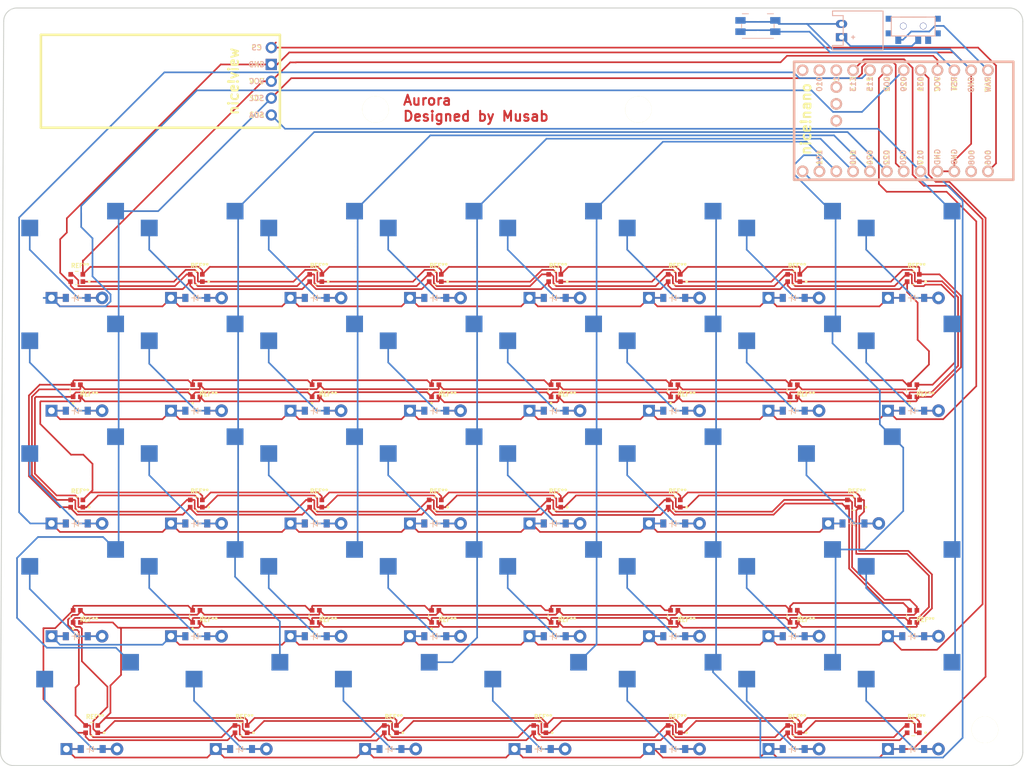
<source format=kicad_pcb>
(kicad_pcb (version 20240108) (generator "pcbnew") (generator_version "8.0")
  (title_block (title "aurora_r") (rev "v1.0.0") (company "Unknown"))
  (layers (0 "F.Cu" signal) (31 "B.Cu" signal) (34 "B.Paste" user) (35 "F.Paste" user) (36 "B.SilkS" user "B.Silkscreen") (37 "F.SilkS" user "F.Silkscreen") (38 "B.Mask" user) (39 "F.Mask" user) (44 "Edge.Cuts" user))
  (net 0 "")
  (net 1 "one_top")
  (net 2 "P020")
  (net 3 "one_num")
  (net 4 "two_top")
  (net 5 "P022")
  (net 6 "two_num")
  (net 7 "three_top")
  (net 8 "P024")
  (net 9 "three_num")
  (net 10 "four_top")
  (net 11 "P100")
  (net 12 "four_num")
  (net 13 "five_top")
  (net 14 "P011")
  (net 15 "five_num")
  (net 16 "six_top")
  (net 17 "P017")
  (net 18 "six_num")
  (net 19 "seven_top")
  (net 20 "P104")
  (net 21 "seven_num")
  (net 22 "eight_top")
  (net 23 "P106")
  (net 24 "eight_num")
  (net 25 "one_home")
  (net 26 "two_home")
  (net 27 "three_home")
  (net 28 "four_home")
  (net 29 "five_home")
  (net 30 "six_home")
  (net 31 "enter_home")
  (net 32 "one_bottom")
  (net 33 "two_bottom")
  (net 34 "three_bottom")
  (net 35 "four_bottom")
  (net 36 "five_bottom")
  (net 37 "six_bottom")
  (net 38 "seven_bottom")
  (net 39 "eight_bottom")
  (net 40 "space_modrow")
  (net 41 "ctrl_modrow")
  (net 42 "super_modrow")
  (net 43 "alt_modrow")
  (net 44 "left_arrow_modrow")
  (net 45 "down_arrow_modrow")
  (net 46 "right_arrow_modrow")
  (net 47 "P002")
  (net 48 "P029")
  (net 49 "P115")
  (net 50 "P113")
  (net 51 "P031")
  (net 52 "P8")
  (net 53 "VCC")
  (net 54 "P15")
  (net 55 "GND")
  (net 56 "RAW")
  (net 57 "RST")
  (net 58 "P111")
  (net 59 "P010")
  (net 60 "P009")
  (net 61 "P006")
  (net 62 "P008")
  (net 63 "P101")
  (net 64 "P102")
  (net 65 "P107")
  (net 66 "BAT")
  (footprint "E73:SPDT_C128955" (layer "F.Cu") (at 226 50.02)
    (property "Reference" "T1" (hide yes))
    (property "Value" "" (hide yes))
  )
  (footprint "Panasonic_EVQPUL_EVQPUC" (layer "F.Cu") (at 202.6 50.02)
    (property "Reference" "B1" (hide yes))
    (property "Value" "Panasonic_EVQPUL_EVQPUC" (hide yes))
  )
  (footprint "WS2812-2020" (layer "F.Cu") (at 226 88)
    (property "Reference" "REF**")
    (property "Value" "WS2812")
  )
  (footprint "ComboDiode" (layer "F.Cu") (at 118 125)
    (property "Reference" "D18" (hide yes))
    (property "Value" "" (hide yes))
  )
  (footprint "HOLE_M2_TH" (layer "F.Cu") (at 184.6 62.6)
    (property "Reference" "")
    (property "Value" "")
  )
  (footprint "ComboDiode" (layer "F.Cu") (at 136 125)
    (property "Reference" "D19" (hide yes))
    (property "Value" "" (hide yes))
  )
  (footprint "ComboDiode" (layer "F.Cu") (at 118 142)
    (property "Reference" "D25" (hide yes))
    (property "Value" "" (hide yes))
  )
  (footprint "MX" (layer "F.Cu") (at 100 100)
    (property "Reference" "S1" (hide yes))
    (property "Value" "" (hide yes))
  )
  (footprint "MX" (layer "F.Cu") (at 136 117)
    (property "Reference" "S19" (hide yes))
    (property "Value" "" (hide yes))
  )
  (footprint "WS2812-2020" (layer "F.Cu") (at 154 139 -90)
    (property "Reference" "REF**")
    (property "Value" "WS2812")
  )
  (footprint "WS2812-2020" (layer "F.Cu") (at 136 139 -90)
    (property "Reference" "REF**")
    (property "Value" "WS2812")
  )
  (footprint "MX" (layer "F.Cu") (at 136 83)
    (property "Reference" "S6" (hide yes))
    (property "Value" "" (hide yes))
  )
  (footprint "ComboDiode" (layer "F.Cu") (at 208 108)
    (property "Reference" "D13" (hide yes))
    (property "Value" "" (hide yes))
  )
  (footprint "MX" (layer "F.Cu") (at 226 134)
    (property "Reference" "S31" (hide yes))
    (property "Value" "" (hide yes))
  )
  (footprint "ComboDiode" (layer "F.Cu") (at 190 91)
    (property "Reference" "D12" (hide yes))
    (property "Value" "" (hide yes))
  )
  (footprint "ComboDiode" (layer "F.Cu") (at 136 142)
    (property "Reference" "D26" (hide yes))
    (property "Value" "" (hide yes))
  )
  (footprint "WS2812-2020" (layer "F.Cu") (at 136 88)
    (property "Reference" "REF**")
    (property "Value" "WS2812")
  )
  (footprint "WS2812-2020" (layer "F.Cu") (at 100 105 -90)
    (property "Reference" "REF**")
    (property "Value" "WS2812")
  )
  (footprint "MX" (layer "F.Cu") (at 208 100)
    (property "Reference" "S13" (hide yes))
    (property "Value" "" (hide yes))
  )
  (footprint "ComboDiode" (layer "F.Cu") (at 172 91)
    (property "Reference" "D10" (hide yes))
    (property "Value" "" (hide yes))
  )
  (footprint "MX" (layer "F.Cu") (at 124.75 151)
    (property "Reference" "S33" (hide yes))
    (property "Value" "" (hide yes))
  )
  (footprint "WS2812-2020" (layer "F.Cu") (at 190 156)
    (property "Reference" "REF**")
    (property "Value" "WS2812")
  )
  (footprint "MX" (layer "F.Cu") (at 226 83)
    (property "Reference" "S16" (hide yes))
    (property "Value" "" (hide yes))
  )
  (footprint "MX" (layer "F.Cu") (at 172 100)
    (property "Reference" "S9" (hide yes))
    (property "Value" "" (hide yes))
  )
  (footprint "WS2812-2020" (layer "F.Cu") (at 226 139 -90)
    (property "Reference" "REF**")
    (property "Value" "WS2812")
  )
  (footprint "WS2812-2020" (layer "F.Cu") (at 136 122)
    (property "Reference" "REF**")
    (property "Value" "WS2812")
  )
  (footprint "MX" (layer "F.Cu") (at 136 100)
    (property "Reference" "S5" (hide yes))
    (property "Value" "" (hide yes))
  )
  (footprint "MX" (layer "F.Cu") (at 190 117)
    (property "Reference" "S22" (hide yes))
    (property "Value" "" (hide yes))
  )
  (footprint "MX" (layer "F.Cu") (at 100 134)
    (property "Reference" "S24" (hide yes))
    (property "Value" "" (hide yes))
  )
  (footprint "WS2812-2020" (layer "F.Cu") (at 118 105 -90)
    (property "Reference" "REF**")
    (property "Value" "WS2812")
  )
  (footprint "WS2812-2020" (layer "F.Cu") (at 172 88)
    (property "Reference" "REF**")
    (property "Value" "WS2812")
  )
  (footprint "ComboDiode" (layer "F.Cu") (at 172 108)
    (property "Reference" "D9" (hide yes))
    (property "Value" "" (hide yes))
  )
  (footprint "MX" (layer "F.Cu") (at 100 117)
    (property "Reference" "S17" (hide yes))
    (property "Value" "" (hide yes))
  )
  (footprint "ComboDiode" (layer "F.Cu") (at 100 91)
    (property "Reference" "D2" (hide yes))
    (property "Value" "" (hide yes))
  )
  (footprint "WS2812-2020" (layer "F.Cu") (at 217 122)
    (property "Reference" "REF**")
    (property "Value" "WS2812")
  )
  (footprint "MX" (layer "F.Cu") (at 217 117)
    (property "Reference" "S23" (hide yes))
    (property "Value" "" (hide yes))
  )
  (footprint "MX" (layer "F.Cu") (at 190 100)
    (property "Reference" "S11" (hide yes))
    (property "Value" "" (hide yes))
  )
  (footprint "ComboDiode" (layer "F.Cu") (at 226 108)
    (property "Reference" "D15" (hide yes))
    (property "Value" "" (hide yes))
  )
  (footprint "MX" (layer "F.Cu") (at 208 83)
    (property "Reference" "S14" (hide yes))
    (property "Value" "" (hide yes))
  )
  (footprint "MX" (layer "F.Cu") (at 208 134)
    (property "Reference" "S30" (hide yes))
    (property "Value" "" (hide yes))
  )
  (footprint "MX" (layer "F.Cu") (at 208 151)
    (property "Reference" "S37" (hide yes))
    (property "Value" "" (hide yes))
  )
  (footprint "MX" (layer "F.Cu") (at 172 83)
    (property "Reference" "S10" (hide yes))
    (property "Value" "" (hide yes))
  )
  (footprint "ComboDiode" (layer "F.Cu") (at 136 108)
    (property "Reference" "D5" (hide yes))
    (property "Value" "" (hide yes))
  )
  (footprint "WS2812-2020" (layer "F.Cu") (at 190 88)
    (property "Reference" "REF**")
    (property "Value" "WS2812")
  )
  (footprint "WS2812-2020" (layer "F.Cu") (at 190 105 -90)
    (property "Reference" "REF**")
    (property "Value" "WS2812")
  )
  (footprint "MX" (layer "F.Cu") (at 190 151)
    (property "Reference" "S36" (hide yes))
    (property "Value" "" (hide yes))
  )
  (footprint "MX" (layer "F.Cu") (at 102.25 151)
    (property "Reference" "S32" (hide yes))
    (property "Value" "" (hide yes))
  )
  (footprint "WS2812-2020" (layer "F.Cu") (at 208 88)
    (property "Reference" "REF**")
    (property "Value" "WS2812")
  )
  (footprint "WS2812-2020" (layer "F.Cu") (at 190 139 -90)
    (property "Reference" "REF**")
    (property "Value" "WS2812")
  )
  (footprint "ComboDiode" (layer "F.Cu") (at 226 159)
    (property "Reference" "D38" (hide yes))
    (property "Value" "" (hide yes))
  )
  (footprint "JST_PH_S2B-PH-K_02x2.00mm_Angled" (layer "F.Cu") (at 215.2 50.7 90)
    (property "Reference" "JST1" (hide yes))
    (property "Value" "" (hide yes))
  )
  (footprint "WS2812-2020" (layer "F.Cu") (at 118 122)
    (property "Reference" "REF**")
    (property "Value" "WS2812")
  )
  (footprint "WS2812-2020" (layer "F.Cu") (at 124.75 156)
    (property "Reference" "REF**")
    (property "Value" "WS2812")
  )
  (footprint "WS2812-2020" (layer "F.Cu") (at 208 156)
    (property "Reference" "REF**")
    (property "Value" "WS2812")
  )
  (footprint "ComboDiode" (layer "F.Cu") (at 172 125)
    (property "Reference" "D21" (hide yes))
    (property "Value" "" (hide yes))
  )
  (footprint "MX" (layer "F.Cu") (at 118 134)
    (property "Reference" "S25" (hide yes))
    (property "Value" "" (hide yes))
  )
  (footprint "ComboDiode" (layer "F.Cu") (at 226 91)
    (property "Reference" "D16" (hide yes))
    (property "Value" "" (hide yes))
  )
  (footprint "HOLE_M2_TH" (layer "F.Cu") (at 236.8 156.1)
    (property "Reference" "")
    (property "Value" "")
  )
  (footprint "MX" (layer "F.Cu") (at 100 83)
    (property "Reference" "S2" (hide yes))
    (property "Value" "" (hide yes))
  )
  (footprint "WS2812-2020" (layer "F.Cu") (at 190 122)
    (property "Reference" "REF**")
    (property "Value" "WS2812")
  )
  (footprint "MX" (layer "F.Cu") (at 118 117)
    (property "Reference" "S18" (hide yes))
    (property "Value" "" (hide yes))
  )
  (footprint "ComboDiode" (layer "F.Cu") (at 100 142)
    (property "Reference" "D24" (hide yes))
    (property "Value" "" (hide yes))
  )
  (footprint "WS2812-2020" (layer "F.Cu") (at 100 88)
    (property "Reference" "REF**")
    (property "Value" "WS2812")
  )
  (footprint "ComboDiode" (layer "F.Cu") (at 100 108)
    (property "Reference" "D1" (hide yes))
    (property "Value" "" (hide yes))
  )
  (footprint "ComboDiode" (layer "F.Cu") (at 190 108)
    (property "Reference" "D11" (hide yes))
    (property "Value" "" (hide yes))
  )
  (footprint "MX" (layer "F.Cu") (at 154 83)
    (property "Reference" "S8" (hide yes))
    (property "Value" "" (hide yes))
  )
  (footprint "ComboDiode" (layer "F.Cu") (at 208 159)
    (property "Reference" "D37" (hide yes))
    (property "Value" "" (hide yes))
  )
  (footprint "MX" (layer "F.Cu") (at 190 134)
    (property "Reference" "S29" (hide yes))
    (property "Value" "" (hide yes))
  )
  (footprint "WS2812-2020" (layer "F.Cu") (at 147.25 156)
    (property "Reference" "REF**")
    (property "Value" "WS2812")
  )
  (footprint "ComboDiode" (layer "F.Cu") (at 154 108)
    (property "Reference" "D7" (hide yes))
    (property "Value" "" (hide yes))
  )
  (footprint "ComboDiode" (layer "F.Cu") (at 147.25 159)
    (property "Reference" "D34" (hide yes))
    (property "Value" "" (hide yes))
  )
  (footprint "ComboDiode" (layer "F.Cu") (at 217 125)
    (property "Reference" "D23" (hide yes))
    (property "Value" "" (hide yes))
  )
  (footprint "WS2812-2020" (layer "F.Cu") (at 154 122)
    (property "Reference" "REF**")
    (property "Value" "WS2812")
  )
  (footprint "MX" (layer "F.Cu") (at 154 100)
    (property "Reference" "S7" (hide yes))
    (property "Value" "" (hide yes))
  )
  (footprint "WS2812-2020" (layer "F.Cu") (at 208 105 -90)
    (property "Reference" "REF**")
    (property "Value" "WS2812")
  )
  (footprint "ComboDiode" (layer "F.Cu") (at 124.75 159)
    (property "Reference" "D33" (hide yes))
    (property "Value" "" (hide yes))
  )
  (footprint "WS2812-2020" (layer "F.Cu") (at 154 88)
    (property "Reference" "REF**")
    (property "Value" "WS2812")
  )
  (footprint "ComboDiode" (layer "F.Cu") (at 154 91)
    (property "Reference" "D8" (hide yes))
    (property "Value" "" (hide yes))
  )
  (footprint "ComboDiode" (layer "F.Cu") (at 190 125)
    (property "Reference" "D22" (hide yes))
    (property "Value" "" (hide yes))
  )
  (footprint "WS2812-2020" (layer "F.Cu") (at 100 139 -90)
    (property "Reference" "REF**")
    (property "Value" "WS2812")
  )
  (footprint "MX" (layer "F.Cu") (at 136 134)
    (property "Reference" "S26" (hide yes))
    (property "Value" "" (hide yes))
  )
  (footprint "WS2812-2020" (layer "F.Cu") (at 102.25 156)
    (property "Reference" "REF**")
    (property "Value" "WS2812")
  )
  (footprint "MX" (layer "F.Cu") (at 147.25 151)
    (property "Reference" "S34" (hide yes))
    (property "Value" "" (hide yes))
  )
  (footprint "MX" (layer "F.Cu") (at 226 151)
    (property "Reference" "S38" (hide yes))
    (property "Value" "" (hide yes))
  )
  (footprint "ComboDiode" (layer "F.Cu") (at 169.75 159)
    (property "Reference" "D35" (hide yes))
    (property "Value" "" (hide yes))
  )
  (footprint "nice_nano" (layer "F.Cu") (at 223.3 64.3 180)
    (property "Reference" "MCU1" (hide yes))
    (property "Value" "nice_nano" (hide yes))
  )
  (footprint "WS2812-2020" (layer "F.Cu") (at 118 139 -90)
    (property "Reference" "REF**")
    (property "Value" "WS2812")
  )
  (footprint "MX" (layer "F.Cu") (at 154 117)
    (property "Reference" "S20" (hide yes))
    (property "Value" "" (hide yes))
  )
  (footprint "MX" (layer "F.Cu") (at 118 83)
    (property "Reference" "S4" (hide yes))
    (property "Value" "" (hide yes))
  )
  (footprint "ComboDiode" (layer "F.Cu") (at 208 91)
    (property "Reference" "D14" (hide yes))
    (property "Value" "" (hide yes))
  )
  (footprint "ComboDiode" (layer "F.Cu") (at 208 142)
    (property "Reference" "D30" (hide yes))
    (property "Value" "" (hide yes))
  )
  (footprint "ComboDiode" (layer "F.Cu") (at 154 142)
    (property "Reference" "D27" (hide yes))
    (property "Value" "" (hide yes))
  )
  (footprint "MX" (layer "F.Cu") (at 226 100)
    (property "Reference" "S15" (hide yes))
    (property "Value" "" (hide yes))
  )
  (footprint "WS2812-2020" (layer "F.Cu") (at 169.75 156)
    (property "Reference" "REF**")
    (property "Value" "WS2812")
  )
  (footprint "ComboDiode" (layer "F.Cu") (at 136 91)
    (property "Reference" "D6" (hide yes))
    (property "Value" "" (hide yes))
  )
  (footprint "MX" (layer "F.Cu") (at 118 100)
    (property "Reference" "S3" (hide yes))
    (property "Value" "" (hide yes))
  )
  (footprint "WS2812-2020" (layer "F.Cu") (at 154 105 -90)
    (property "Reference" "REF**")
    (property "Value" "WS2812")
  )
  (footprint "MX" (layer "F.Cu") (at 190 83)
    (property "Reference" "S12" (hide yes))
    (property "Value" "" (hide yes))
  )
  (footprint "WS2812-2020" (layer "F.Cu") (at 100 122)
    (property "Reference" "REF**")
    (property "Value" "WS2812")
  )
  (footprint "WS2812-2020" (layer "F.Cu") (at 208 139 -90)
    (property "Reference" "REF**")
    (property "Value" "WS2812")
  )
  (footprint "WS2812-2020" (layer "F.Cu") (at 136 105 -90)
    (property "Reference" "REF**")
    (property "Value" "WS2812")
  )
  (footprint "WS2812-2020" (layer "F.Cu") (at 172 122)
    (property "Reference" "REF**")
    (property "Value" "WS2812")
  )
  (footprint "WS2812-2020" (layer "F.Cu") (at 172 105 -90)
    (property "Reference" "REF**")
    (property "Value" "WS2812")
  )
  (footprint "WS2812-2020" (layer "F.Cu") (at 226 105 -90)
    (property "Reference" "REF**")
    (property "Value" "WS2812")
  )
  (footprint "MX" (layer "F.Cu") (at 172 134)
    (property "Reference" "S28" (hide yes))
    (property "Value" "" (hide yes))
  )
  (footprint "ComboDiode" (layer "F.Cu") (at 118 108)
    (property "Reference" "D3" (hide yes))
    (property "Value" "" (hide yes))
  )
  (footprint "ComboDiode" (layer "F.Cu") (at 100 125)
    (property "Reference" "D17" (hide yes))
    (property "Value" "" (hide yes))
  )
  (footprint "WS2812-2020" (layer "F.Cu") (at 118 88)
    (property "Reference" "REF**")
    (property "Value" "WS2812")
  )
  (footprint "WS2812-2020" (layer "F.Cu") (at 226 156)
    (property "Reference" "REF**")
    (property "Value" "WS2812")
  )
  (footprint "ComboDiode" (layer "F.Cu") (at 102.25 159)
    (property "Reference" "D32" (hide yes))
    (property "Value" "" (hide yes))
  )
  (footprint "lib:niceView_headers" (layer "F.Cu") (at 130.6 58.35 180)
    (property "Reference" "niceView1" (hide yes))
    (property "Value" "niceView" (hide yes))
  )
  (footprint "MX" (layer "F.Cu") (at 172 117)
    (property "Reference" "S21" (hide yes))
    (property "Value" "" (hide yes))
  )
  (footprint "ComboDiode" (layer "F.Cu") (at 226 142)
    (property "Reference" "D31" (hide yes))
    (property "Value" "" (hide yes))
  )
  (footprint "WS2812-2020" (layer "F.Cu") (at 172 139 -90)
    (property "Reference" "REF**")
    (property "Value" "WS2812")
  )
  (footprint "ComboDiode" (layer "F.Cu") (at 190 159)
    (property "Reference" "D36" (hide yes))
    (property "Value" "" (hide yes))
  )
  (footprint "MX" (layer "F.Cu") (at 169.75 151)
    (property "Reference" "S35" (hide yes))
    (property "Value" "" (hide yes))
  )
  (footprint "HOLE_M2_TH" (layer "F.Cu") (at 145 62.6)
    (property "Reference" "")
    (property "Value" "")
  )
  (footprint "ComboDiode" (layer "F.Cu") (at 172 142)
    (property "Reference" "D28" (hide yes))
    (property "Value" "" (hide yes))
  )
  (footprint "ComboDiode" (layer "F.Cu") (at 154 125)
    (property "Reference" "D20" (hide yes))
    (property "Value" "" (hide yes))
  )
  (footprint "MX" (layer "F.Cu") (at 154 134)
    (property "Reference" "S27" (hide yes))
    (property "Value" "" (hide yes))
  )
  (footprint "ComboDiode" (layer "F.Cu") (at 118 91)
    (property "Reference" "D4" (hide yes))
    (property "Value" "" (hide yes))
  )
  (footprint "ComboDiode" (layer "F.Cu") (at 190 142)
    (property "Reference" "D29" (hide yes))
    (property "Value" "" (hide yes))
  )
  (gr_line (start 240.5 161.5) (end 90.508776 161.5) (stroke (width 0.15)) (layer "Edge.Cuts"))
  (gr_line (start 88.508795 159.491244) (end 88.991282 49.291244) (stroke (width 0.15)) (layer "Edge.Cuts"))
  (gr_arc (start 242.5 159.5) (mid 241.914214 160.914214) (end 240.5 161.5) (stroke (width 0.15)) (layer "Edge.Cuts"))
  (gr_line (start 90.991263 47.3) (end 240.5 47.3) (stroke (width 0.15)) (layer "Edge.Cuts"))
  (gr_line (start 242.5 49.3) (end 242.5 159.5) (stroke (width 0.15)) (layer "Edge.Cuts"))
  (gr_arc (start 240.5 47.3) (mid 241.914214 47.885786) (end 242.5 49.3) (stroke (width 0.15)) (layer "Edge.Cuts"))
  (gr_arc (start 90.508776 161.5) (mid 89.09147 160.911114) (end 88.508795 159.491244) (stroke (width 0.15)) (layer "Edge.Cuts"))
  (gr_arc (start 88.991282 49.291244) (mid 89.580148 47.882694) (end 90.991263 47.3) (stroke (width 0.15)) (layer "Edge.Cuts"))
  (gr_text "Aurora\nDesigned by Musab" (at 149 64.5 0) (layer "F.Cu") (effects (font (size 1.5 1.5) (thickness 0.3) (bold yes)) (justify left bottom)))
  (segment (start 101.65 108) (end 103.81 108) (width 0.25) (layer "F.Cu") (net 1))
  (segment (start 100.185 108) (end 101.65 108) (width 0.25) (layer "B.Cu") (net 1))
  (segment (start 101.65 108) (end 103.81 108) (width 0.25) (layer "B.Cu") (net 1))
  (segment (start 92.915 100.73) (end 100.185 108) (width 0.25) (layer "B.Cu") (net 1))
  (segment (start 92.915 97.46) (end 92.915 100.73) (width 0.25) (layer "B.Cu") (net 1))
  (segment (start 132.3087 57.8813) (end 217.584995 57.8813) (width 0.25) (layer "F.Cu") (net 2))
  (segment (start 217.584995 57.8813) (end 218.2887 57.177595) (width 0.25) (layer "F.Cu") (net 2))
  (segment (start 218.2887 56.182405) (end 218.992405 55.4787) (width 0.25) (layer "F.Cu") (net 2))
  (segment (start 218.992405 55.4787) (end 222.9787 55.4787) (width 0.25) (layer "F.Cu") (net 2))
  (segment (start 223.3687 55.8687) (end 223.3687 70.7187) (width 0.25) (layer "F.Cu") (net 2))
  (segment (start 218.2887 57.177595) (end 218.2887 56.182405) (width 0.25) (layer "F.Cu") (net 2))
  (segment (start 129.3 60.89) (end 132.3087 57.8813) (width 0.25) (layer "F.Cu") (net 2))
  (segment (start 223.3687 70.7187) (end 224.57 71.92) (width 0.25) (layer "F.Cu") (net 2))
  (segment (start 222.9787 55.4787) (end 223.3687 55.8687) (width 0.25) (layer "F.Cu") (net 2))
  (segment (start 105.842 77.92) (end 112.27 77.92) (width 0.25) (layer "B.Cu") (net 2))
  (segment (start 106.3059 111.4561) (end 106.3059 95.3839) (width 0.25) (layer "B.Cu") (net 2))
  (segment (start 105.842 111.92) (end 106.3059 111.4561) (width 0.25) (layer "B.Cu") (net 2))
  (segment (start 95.4895 143.7275) (end 91 139.238) (width 0.25) (layer "B.Cu") (net 2))
  (segment (start 105.842 94.92) (end 106.3059 94.4561) (width 0.25) (layer "B.Cu") (net 2))
  (segment (start 106.3059 94.4561) (end 106.3059 78.3839) (width 0.25) (layer "B.Cu") (net 2))
  (segment (start 103.967 127.045) (end 105.842 128.92) (width 0.25) (layer "B.Cu") (net 2))
  (segment (start 105.8995 143.7275) (end 95.4895 143.7275) (width 0.25) (layer "B.Cu") (net 2))
  (segment (start 94.155 127.045) (end 103.967 127.045) (width 0.25) (layer "B.Cu") (net 2))
  (segment (start 105.842 128.92) (end 106.3059 128.4561) (width 0.25) (layer "B.Cu") (net 2))
  (segment (start 108.092 145.92) (end 105.8995 143.7275) (width 0.25) (layer "B.Cu") (net 2))
  (segment (start 91 130.2) (end 94.155 127.045) (width 0.25) (layer "B.Cu") (net 2))
  (segment (start 112.27 77.92) (end 129.3 60.89) (width 0.25) (layer "B.Cu") (net 2))
  (segment (start 106.3059 128.4561) (end 106.3059 112.3839) (width 0.25) (layer "B.Cu") (net 2))
  (segment (start 106.3059 112.3839) (end 105.842 111.92) (width 0.25) (layer "B.Cu") (net 2))
  (segment (start 106.3059 78.3839) (end 105.842 77.92) (width 0.25) (layer "B.Cu") (net 2))
  (segment (start 106.3059 95.3839) (end 105.842 94.92) (width 0.25) (layer "B.Cu") (net 2))
  (segment (start 91 139.238) (end 91 130.2) (width 0.25) (layer "B.Cu") (net 2))
  (segment (start 101.65 91) (end 103.81 91) (width 0.25) (layer "F.Cu") (net 3))
  (segment (start 92.915 80.46) (end 92.915 83.73) (width 0.25) (layer "B.Cu") (net 3))
  (segment (start 100.185 91) (end 101.65 91) (width 0.25) (layer "B.Cu") (net 3))
  (segment (start 101.65 91) (end 103.81 91) (width 0.25) (layer "B.Cu") (net 3))
  (segment (start 92.915 83.73) (end 100.185 91) (width 0.25) (layer "B.Cu") (net 3))
  (segment (start 119.65 108) (end 121.81 108) (width 0.25) (layer "F.Cu") (net 4))
  (segment (start 110.915 100.915) (end 118 108) (width 0.25) (layer "B.Cu") (net 4))
  (segment (start 118 108) (end 119.65 108) (width 0.25) (layer "B.Cu") (net 4))
  (segment (start 110.915 97.46) (end 110.915 100.915) (width 0.25) (layer "B.Cu") (net 4))
  (segment (start 119.65 108) (end 121.81 108) (width 0.25) (layer "B.Cu") (net 4))
  (segment (start 124.3059 95.3839) (end 124.3059 111.4561) (width 0.25) (layer "B.Cu") (net 5))
  (segment (start 123.842 94.92) (end 124.3059 95.3839) (width 0.25) (layer "B.Cu") (net 5))
  (segment (start 216.11 66) (end 222.03 71.92) (width 0.25) (layer "B.Cu") (net 5))
  (segment (start 124.3059 112.3839) (end 124.3059 128.4561) (width 0.25) (layer "B.Cu") (net 5))
  (segment (start 124.3059 94.4561) (end 123.842 94.92) (width 0.25) (layer "B.Cu") (net 5))
  (segment (start 124.3059 128.4561) (end 123.842 128.92) (width 0.25) (layer "B.Cu") (net 5))
  (segment (start 135.762 66) (end 216.11 66) (width 0.25) (layer "B.Cu") (net 5))
  (segment (start 123.842 128.92) (end 123.842 133.028316) (width 0.25) (layer "B.Cu") (net 5))
  (segment (start 123.842 111.92) (end 124.3059 112.3839) (width 0.25) (layer "B.Cu") (net 5))
  (segment (start 123.842 133.028316) (end 130.592 139.778316) (width 0.25) (layer "B.Cu") (net 5))
  (segment (start 130.592 139.778316) (end 130.592 145.92) (width 0.25) (layer "B.Cu") (net 5))
  (segment (start 123.842 77.92) (end 135.762 66) (width 0.25) (layer "B.Cu") (net 5))
  (segment (start 123.842 77.92) (end 124.3059 78.3839) (width 0.25) (layer "B.Cu") (net 5))
  (segment (start 124.3059 111.4561) (end 123.842 111.92) (width 0.25) (layer "B.Cu") (net 5))
  (segment (start 124.3059 78.3839) (end 124.3059 94.4561) (width 0.25) (layer "B.Cu") (net 5))
  (segment (start 119.65 91) (end 121.81 91) (width 0.25) (layer "F.Cu") (net 6))
  (segment (start 110.915 83.73) (end 118.185 91) (width 0.25) (layer "B.Cu") (net 6))
  (segment (start 110.915 80.46) (end 110.915 83.73) (width 0.25) (layer "B.Cu") (net 6))
  (segment (start 118.185 91) (end 119.65 91) (width 0.25) (layer "B.Cu") (net 6))
  (segment (start 119.65 91) (end 121.81 91) (width 0.25) (layer "B.Cu") (net 6))
  (segment (start 137.65 108) (end 139.81 108) (width 0.25) (layer "F.Cu") (net 7))
  (segment (start 128.915 97.46) (end 128.915 100.73) (width 0.25) (layer "B.Cu") (net 7))
  (segment (start 128.915 100.73) (end 136.185 108) (width 0.25) (layer "B.Cu") (net 7))
  (segment (start 136.185 108) (end 137.65 108) (width 0.25) (layer "B.Cu") (net 7))
  (segment (start 137.65 108) (end 139.81 108) (width 0.25) (layer "B.Cu") (net 7))
  (segment (start 153.262 66.5) (end 214.07 66.5) (width 0.25) (layer "B.Cu") (net 8))
  (segment (start 141.842 77.92) (end 153.262 66.5) (width 0.25) (layer "B.Cu") (net 8))
  (segment (start 142.3059 78.3839) (end 141.842 77.92) (width 0.25) (layer "B.Cu") (net 8))
  (segment (start 141.842 128.92) (end 142.3059 128.4561) (width 0.25) (layer "B.Cu") (net 8))
  (segment (start 141.842 94.92) (end 142.3059 94.4561) (width 0.25) (layer "B.Cu") (net 8))
  (segment (start 142.3059 111.4561) (end 142.3059 95.3839) (width 0.25) (layer "B.Cu") (net 8))
  (segment (start 142.3059 128.4561) (end 142.3059 112.3839) (width 0.25) (layer "B.Cu") (net 8))
  (segment (start 141.842 111.92) (end 142.3059 111.4561) (width 0.25) (layer "B.Cu") (net 8))
  (segment (start 214.07 66.5) (end 219.49 71.92) (width 0.25) (layer "B.Cu") (net 8))
  (segment (start 142.3059 94.4561) (end 142.3059 78.3839) (width 0.25) (layer "B.Cu") (net 8))
  (segment (start 142.3059 112.3839) (end 141.842 111.92) (width 0.25) (layer "B.Cu") (net 8))
  (segment (start 142.3059 95.3839) (end 141.842 94.92) (width 0.25) (layer "B.Cu") (net 8))
  (segment (start 137.65 91) (end 139.81 91) (width 0.25) (layer "F.Cu") (net 9))
  (segment (start 137.65 91) (end 139.81 91) (width 0.25) (layer "B.Cu") (net 9))
  (segment (start 136.185 91) (end 137.65 91) (width 0.25) (layer "B.Cu") (net 9))
  (segment (start 128.915 83.73) (end 136.185 91) (width 0.25) (layer "B.Cu") (net 9))
  (segment (start 128.915 80.46) (end 128.915 83.73) (width 0.25) (layer "B.Cu") (net 9))
  (segment (start 155.65 108) (end 157.81 108) (width 0.25) (layer "F.Cu") (net 10))
  (segment (start 146.915 97.46) (end 146.915 100.73) (width 0.25) (layer "B.Cu") (net 10))
  (segment (start 146.915 100.73) (end 154.185 108) (width 0.25) (layer "B.Cu") (net 10))
  (segment (start 155.65 108) (end 157.81 108) (width 0.25) (layer "B.Cu") (net 10))
  (segment (start 154.185 108) (end 155.65 108) (width 0.25) (layer "B.Cu") (net 10))
  (segment (start 160.3059 94.4561) (end 159.842 94.92) (width 0.25) (layer "B.Cu") (net 11))
  (segment (start 159.842 111.92) (end 160.3059 112.3839) (width 0.25) (layer "B.Cu") (net 11))
  (segment (start 160.3059 128.4561) (end 159.842 128.92) (width 0.25) (layer "B.Cu") (net 11))
  (segment (start 160.3059 78.3839) (end 160.3059 94.4561) (width 0.25) (layer "B.Cu") (net 11))
  (segment (start 159.842 77.92) (end 170.762 67) (width 0.25) (layer "B.Cu") (net 11))
  (segment (start 159.842 77.92) (end 160.3059 78.3839) (width 0.25) (layer "B.Cu") (net 11))
  (segment (start 160.3059 142.1941) (end 156.58 145.92) (width 0.25) (layer "B.Cu") (net 11))
  (segment (start 160.3059 111.4561) (end 159.842 111.92) (width 0.25) (layer "B.Cu") (net 11))
  (segment (start 159.842 128.92) (end 160.3059 129.3839) (width 0.25) (layer "B.Cu") (net 11))
  (segment (start 159.842 94.92) (end 160.3059 95.3839) (width 0.25) (layer "B.Cu") (net 11))
  (segment (start 160.3059 112.3839) (end 160.3059 128.4561) (width 0.25) (layer "B.Cu") (net 11))
  (segment (start 160.3059 129.3839) (end 160.3059 142.1941) (width 0.25) (layer "B.Cu") (net 11))
  (segment (start 212.03 67) (end 216.95 71.92) (width 0.25) (layer "B.Cu") (net 11))
  (segment (start 170.762 67) (end 212.03 67) (width 0.25) (layer "B.Cu") (net 11))
  (segment (start 156.58 145.92) (end 153.092 145.92) (width 0.25) (layer "B.Cu") (net 11))
  (segment (start 160.3059 95.3839) (end 160.3059 111.4561) (width 0.25) (layer "B.Cu") (net 11))
  (segment (start 155.65 91) (end 157.81 91) (width 0.25) (layer "F.Cu") (net 12))
  (segment (start 154.185 91) (end 155.65 91) (width 0.25) (layer "B.Cu") (net 12))
  (segment (start 155.65 91) (end 157.81 91) (width 0.25) (layer "B.Cu") (net 12))
  (segment (start 146.915 83.73) (end 154.185 91) (width 0.25) (layer "B.Cu") (net 12))
  (segment (start 146.915 80.46) (end 146.915 83.73) (width 0.25) (layer "B.Cu") (net 12))
  (segment (start 173.65 108) (end 175.81 108) (width 0.25) (layer "F.Cu") (net 13))
  (segment (start 172.185 108) (end 173.65 108) (width 0.25) (layer "B.Cu") (net 13))
  (segment (start 164.915 100.73) (end 172.185 108) (width 0.25) (layer "B.Cu") (net 13))
  (segment (start 173.65 108) (end 175.81 108) (width 0.25) (layer "B.Cu") (net 13))
  (segment (start 164.915 97.46) (end 164.915 100.73) (width 0.25) (layer "B.Cu") (net 13))
  (segment (start 178.3059 143.2061) (end 178.3059 129.3839) (width 0.25) (layer "B.Cu") (net 14))
  (segment (start 177.842 94.92) (end 178.3059 94.4561) (width 0.25) (layer "B.Cu") (net 14))
  (segment (start 178.3059 111.4561) (end 178.3059 95.3839) (width 0.25) (layer "B.Cu") (net 14))
  (segment (start 188.312 67.45) (end 209.94 67.45) (width 0.25) (layer "B.Cu") (net 14))
  (segment (start 177.842 111.92) (end 178.3059 111.4561) (width 0.25) (layer "B.Cu") (net 14))
  (segment (start 178.3059 95.3839) (end 177.842 94.92) (width 0.25) (layer "B.Cu") (net 14))
  (segment (start 178.3059 128.4561) (end 178.3059 112.3839) (width 0.25) (layer "B.Cu") (net 14))
  (segment (start 175.592 145.92) (end 178.3059 143.2061) (width 0.25) (layer "B.Cu") (net 14))
  (segment (start 178.3059 129.3839) (end 177.842 128.92) (width 0.25) (layer "B.Cu") (net 14))
  (segment (start 178.3059 94.4561) (end 178.3059 78.3839) (width 0.25) (layer "B.Cu") (net 14))
  (segment (start 177.842 128.92) (end 178.3059 128.4561) (width 0.25) (layer "B.Cu") (net 14))
  (segment (start 178.3059 78.3839) (end 177.842 77.92) (width 0.25) (layer "B.Cu") (net 14))
  (segment (start 178.3059 112.3839) (end 177.842 111.92) (width 0.25) (layer "B.Cu") (net 14))
  (segment (start 177.842 77.92) (end 188.312 67.45) (width 0.25) (layer "B.Cu") (net 14))
  (segment (start 209.94 67.45) (end 214.41 71.92) (width 0.25) (layer "B.Cu") (net 14))
  (segment (start 173.65 91) (end 175.81 91) (width 0.25) (layer "F.Cu") (net 15))
  (segment (start 164.915 80.46) (end 164.915 83.73) (width 0.25) (layer "B.Cu") (net 15))
  (segment (start 164.915 83.73) (end 172.185 91) (width 0.25) (layer "B.Cu") (net 15))
  (segment (start 172.185 91) (end 173.65 91) (width 0.25) (layer "B.Cu") (net 15))
  (segment (start 173.65 91) (end 175.81 91) (width 0.25) (layer "B.Cu") (net 15))
  (segment (start 191.65 108) (end 193.81 108) (width 0.25) (layer "F.Cu") (net 16))
  (segment (start 182.915 100.73) (end 190.185 108) (width 0.25) (layer "B.Cu") (net 16))
  (segment (start 182.915 97.46) (end 182.915 100.73) (width 0.25) (layer "B.Cu") (net 16))
  (segment (start 191.65 108) (end 193.81 108) (width 0.25) (layer "B.Cu") (net 16))
  (segment (start 190.185 108) (end 191.65 108) (width 0.25) (layer "B.Cu") (net 16))
  (segment (start 202.976 154.554) (end 202.976 160.214) (width 0.25) (layer "B.Cu") (net 17))
  (segment (start 196.3059 128.4561) (end 195.842 128.92) (width 0.25) (layer "B.Cu") (net 17))
  (segment (start 196.3059 145.4561) (end 195.842 145.92) (width 0.25) (layer "B.Cu") (net 17))
  (segment (start 230.4775 160.2775) (end 233.442 157.313) (width 0.25) (layer "B.Cu") (net 17))
  (segment (start 195.842 145.92) (end 195.842 147.42) (width 0.25) (layer "B.Cu") (net 17))
  (segment (start 195.842 147.42) (end 202.976 154.554) (width 0.25) (layer "B.Cu") (net 17))
  (segment (start 230.317802 73.220802) (end 228.410802 73.220802) (width 0.25) (layer "B.Cu") (net 17))
  (segment (start 196.3059 112.3839) (end 196.3059 128.4561) (width 0.25) (layer "B.Cu") (net 17))
  (segment (start 196.3059 94.4561) (end 195.842 94.92) (width 0.25) (layer "B.Cu") (net 17))
  (segment (start 227.11 71.92) (end 220.6913 65.5013) (width 0.25) (layer "B.Cu") (net 17))
  (segment (start 195.842 94.92) (end 196.3059 95.3839) (width 0.25) (layer "B.Cu") (net 17))
  (segment (start 202.976 160.214) (end 203.0395 160.2775) (width 0.25) (layer "B.Cu") (net 17))
  (segment (start 195.842 111.92) (end 196.3059 112.3839) (width 0.25) (layer "B.Cu") (net 17))
  (segment (start 233.442 76.345) (end 230.317802 73.220802) (width 0.25) (layer "B.Cu") (net 17))
  (segment (start 131.3713 65.5013) (end 129.3 63.43) (width 0.25) (layer "B.Cu") (net 17))
  (segment (start 220.6913 65.5013) (end 131.3713 65.5013) (width 0.25) (layer "B.Cu") (net 17))
  (segment (start 228.410802 73.220802) (end 227.11 71.92) (width 0.25) (layer "B.Cu") (net 17))
  (segment (start 196.3059 78.3839) (end 196.3059 94.4561) (width 0.25) (layer "B.Cu") (net 17))
  (segment (start 196.3059 95.3839) (end 196.3059 111.4561) (width 0.25) (layer "B.Cu") (net 17))
  (segment (start 233.442 157.313) (end 233.442 76.345) (width 0.25) (layer "B.Cu") (net 17))
  (segment (start 195.842 77.92) (end 196.3059 78.3839) (width 0.25) (layer "B.Cu") (net 17))
  (segment (start 203.0395 160.2775) (end 230.4775 160.2775) (width 0.25) (layer "B.Cu") (net 17))
  (segment (start 195.842 128.92) (end 196.3059 129.3839) (width 0.25) (layer "B.Cu") (net 17))
  (segment (start 196.3059 111.4561) (end 195.842 111.92) (width 0.25) (layer "B.Cu") (net 17))
  (segment (start 196.3059 129.3839) (end 196.3059 145.4561) (width 0.25) (layer "B.Cu") (net 17))
  (segment (start 191.65 91) (end 193.81 91) (width 0.25) (layer "F.Cu") (net 18))
  (segment (start 182.915 83.73) (end 190.185 91) (width 0.25) (layer "B.Cu") (net 18))
  (segment (start 191.65 91) (end 193.81 91) (width 0.25) (layer "B.Cu") (net 18))
  (segment (start 182.915 80.46) (end 182.915 83.73) (width 0.25) (layer "B.Cu") (net 18))
  (segment (start 190.185 91) (end 191.65 91) (width 0.25) (layer "B.Cu") (net 18))
  (segment (start 209.65 108) (end 211.81 108) (width 0.25) (layer "F.Cu") (net 19))
  (segment (start 209.65 108) (end 211.81 108) (width 0.25) (layer "B.Cu") (net 19))
  (segment (start 200.915 97.46) (end 200.915 100.73) (width 0.25) (layer "B.Cu") (net 19))
  (segment (start 200.915 100.73) (end 208.185 108) (width 0.25) (layer "B.Cu") (net 19))
  (segment (start 208.185 108) (end 209.65 108) (width 0.25) (layer "B.Cu") (net 19))
  (segment (start 214.3059 78.3839) (end 213.842 77.92) (width 0.25) (layer "B.Cu") (net 20))
  (segment (start 208.1287 72.417595) (end 208.1287 70.8713) (width 0.25) (layer "B.Cu") (net 20))
  (segment (start 213.842 145.92) (end 214.3059 145.4561) (width 0.25) (layer "B.Cu") (net 20))
  (segment (start 209.5 69.5) (end 211.353604 69.5) (width 0.25) (layer "B.Cu") (net 20))
  (segment (start 213.842 97.842) (end 213.842 94.92) (width 0.25) (layer "B.Cu") (net 20))
  (segment (start 211.353604 69.5) (end 211.87 70.016396) (width 0.25) (layer "B.Cu") (net 20))
  (segment (start 224.5 123.116658) (end 224.5 113.578) (width 0.25) (layer "B.Cu") (net 20))
  (segment (start 213.842 94.92) (end 214.3059 94.4561) (width 0.25) (layer "B.Cu") (net 20))
  (segment (start 220.976 104.976) (end 213.842 97.842) (width 0.25) (layer "B.Cu") (net 20))
  (segment (start 222.842 111.92) (end 220.976 110.054) (width 0.25) (layer "B.Cu") (net 20))
  (segment (start 214.3059 129.3839) (end 213.842 128.92) (width 0.25) (layer "B.Cu") (net 20))
  (segment (start 213.631105 77.92) (end 208.1287 72.417595) (width 0.25) (layer "B.Cu") (net 20))
  (segment (start 218.696658 128.92) (end 224.5 123.116658) (width 0.25) (layer "B.Cu") (net 20))
  (segment (start 211.87 70.016396) (end 211.87 71.92) (width 0.25) (layer "B.Cu") (net 20))
  (segment (start 214.3059 94.4561) (end 214.3059 78.3839) (width 0.25) (layer "B.Cu") (net 20))
  (segment (start 214.3059 145.4561) (end 214.3059 129.3839) (width 0.25) (layer "B.Cu") (net 20))
  (segment (start 224.5 113.578) (end 222.842 111.92) (width 0.25) (layer "B.Cu") (net 20))
  (segment (start 213.842 77.92) (end 213.631105 77.92) (width 0.25) (layer "B.Cu") (net 20))
  (segment (start 208.1287 70.8713) (end 209.5 69.5) (width 0.25) (layer "B.Cu") (net 20))
  (segment (start 220.976 110.054) (end 220.976 104.976) (width 0.25) (layer "B.Cu") (net 20))
  (segment (start 213.842 128.92) (end 218.696658 128.92) (width 0.25) (layer "B.Cu") (net 20))
  (segment (start 209.65 91) (end 211.81 91) (width 0.25) (layer "F.Cu") (net 21))
  (segment (start 200.915 83.73) (end 208.185 91) (width 0.25) (layer "B.Cu") (net 21))
  (segment (start 209.65 91) (end 211.81 91) (width 0.25) (layer "B.Cu") (net 21))
  (segment (start 200.915 80.46) (end 200.915 83.73) (width 0.25) (layer "B.Cu") (net 21))
  (segment (start 208.185 91) (end 209.65 91) (width 0.25) (layer "B.Cu") (net 21))
  (segment (start 229.81 108) (end 227.65 108) (width 0.25) (layer "F.Cu") (net 22))
  (segment (start 218.915 100.73) (end 226.185 108) (width 0.25) (layer "B.Cu") (net 22))
  (segment (start 218.915 97.46) (end 218.915 100.73) (width 0.25) (layer "B.Cu") (net 22))
  (segment (start 227.65 108) (end 229.81 108) (width 0.25) (layer "B.Cu") (net 22))
  (segment (start 226.185 108) (end 227.65 108) (width 0.25) (layer "B.Cu") (net 22))
  (segment (start 232.3059 129.3839) (end 231.842 128.92) (width 0.25) (layer "B.Cu") (net 23))
  (segment (start 232.3059 128.4561) (end 232.3059 95.3839) (width 0.25) (layer "B.Cu") (net 23))
  (segment (start 232.3059 95.3839) (end 231.842 94.92) (width 0.25) (layer "B.Cu") (net 23))
  (segment (start 231.842 77.92) (end 227.0433 73.1213) (width 0.25) (layer "B.Cu") (net 23))
  (segment (start 231.842 128.92) (end 232.3059 128.4561) (width 0.25) (layer "B.Cu") (net 23))
  (segment (start 231.842 94.92) (end 232.3059 94.4561) (width 0.25) (layer "B.Cu") (net 23))
  (segment (start 232.3059 145.4561) (end 232.3059 129.3839) (width 0.25) (layer "B.Cu") (net 23))
  (segment (start 232.3059 78.3839) (end 231.842 77.92) (width 0.25) (layer "B.Cu") (net 23))
  (segment (start 210.5313 73.1213) (end 209.33 71.92) (width 0.25) (layer "B.Cu") (net 23))
  (segment (start 227.0433 73.1213) (end 210.5313 73.1213) (width 0.25) (layer "B.Cu") (net 23))
  (segment (start 231.842 145.92) (end 232.3059 145.4561) (width 0.25) (layer "B.Cu") (net 23))
  (segment (start 232.3059 94.4561) (end 232.3059 78.3839) (width 0.25) (layer "B.Cu") (net 23))
  (segment (start 227.65 91) (end 229.81 91) (width 0.25) (layer "F.Cu") (net 24))
  (segment (start 218.915 80.46) (end 218.915 83.73) (width 0.25) (layer "B.Cu") (net 24))
  (segment (start 218.915 83.73) (end 226.185 91) (width 0.25) (layer "B.Cu") (net 24))
  (segment (start 227.65 91) (end 229.81 91) (width 0.25) (layer "B.Cu") (net 24))
  (segment (start 226.185 91) (end 227.65 91) (width 0.25) (layer "B.Cu") (net 24))
  (segment (start 101.65 125) (end 103.81 125) (width 0.25) (layer "F.Cu") (net 25))
  (segment (start 101.65 125) (end 103.81 125) (width 0.25) (layer "B.Cu") (net 25))
  (segment (start 92.915 117.73) (end 100.185 125) (width 0.25) (layer "B.Cu") (net 25))
  (segment (start 92.915 114.46) (end 92.915 117.73) (width 0.25) (layer "B.Cu") (net 25))
  (segment (start 100.185 125) (end 101.65 125) (width 0.25) (layer "B.Cu") (net 25))
  (segment (start 119.65 125) (end 121.81 125) (width 0.25) (layer "F.Cu") (net 26))
  (segment (start 119.65 125) (end 121.81 125) (width 0.25) (layer "B.Cu") (net 26))
  (segment (start 110.915 114.46) (end 110.915 117.73) (width 0.25) (layer "B.Cu") (net 26))
  (segment (start 110.915 117.73) (end 118.185 125) (width 0.25) (layer "B.Cu") (net 26))
  (segment (start 118.185 125) (end 119.65 125) (width 0.25) (layer "B.Cu") (net 26))
  (segment (start 137.65 125) (end 139.81 125) (width 0.25) (layer "F.Cu") (net 27))
  (segment (start 128.915 117.73) (end 136.185 125) (width 0.25) (layer "B.Cu") (net 27))
  (segment (start 136.185 125) (end 137.65 125) (width 0.25) (layer "B.Cu") (net 27))
  (segment (start 128.915 114.46) (end 128.915 117.73) (width 0.25) (layer "B.Cu") (net 27))
  (segment (start 137.65 125) (end 139.81 125) (width 0.25) (layer "B.Cu") (net 27))
  (segment (start 155.65 125) (end 157.81 125) (width 0.25) (layer "F.Cu") (net 28))
  (segment (start 155.65 125) (end 157.81 125) (width 0.25) (layer "B.Cu") (net 28))
  (segment (start 146.915 117.73) (end 154.185 125) (width 0.25) (layer "B.Cu") (net 28))
  (segment (start 146.915 114.46) (end 146.915 117.73) (width 0.25) (layer "B.Cu") (net 28))
  (segment (start 154.185 125) (end 155.65 125) (width 0.25) (layer "B.Cu") (net 28))
  (segment (start 173.65 125) (end 175.81 125) (width 0.25) (layer "F.Cu") (net 29))
  (segment (start 164.915 117.73) (end 172.185 125) (width 0.25) (layer "B.Cu") (net 29))
  (segment (start 172.185 125) (end 173.65 125) (width 0.25) (layer "B.Cu") (net 29))
  (segment (start 164.915 114.46) (end 164.915 117.73) (width 0.25) (layer "B.Cu") (net 29))
  (segment (start 173.65 125) (end 175.81 125) (width 0.25) (layer "B.Cu") (net 29))
  (segment (start 191.65 125) (end 193.81 125) (width 0.25) (layer "F.Cu") (net 30))
  (segment (start 190.185 125) (end 191.65 125) (width 0.25) (layer "B.Cu") (net 30))
  (segment (start 182.915 114.46) (end 182.915 117.73) (width 0.25) (layer "B.Cu") (net 30))
  (segment (start 182.915 117.73) (end 190.185 125) (width 0.25) (layer "B.Cu") (net 30))
  (segment (start 191.65 125) (end 193.81 125) (width 0.25) (layer "B.Cu") (net 30))
  (segment (start 220.81 125) (end 218.65 125) (width 0.25) (layer "F.Cu") (net 31))
  (segment (start 218.65 125) (end 220.81 125) (width 0.25) (layer "B.Cu") (net 31))
  (segment (start 209.915 114.46) (end 209.915 117.73) (width 0.25) (layer "B.Cu") (net 31))
  (segment (start 217.185 125) (end 218.65 125) (width 0.25) (layer "B.Cu") (net 31))
  (segment (start 209.915 117.73) (end 217.185 125) (width 0.25) (layer "B.Cu") (net 31))
  (segment (start 101.65 142) (end 103.81 142) (width 0.25) (layer "F.Cu") (net 32))
  (segment (start 100.05 142) (end 101.65 142) (width 0.25) (layer "B.Cu") (net 32))
  (segment (start 92.915 131.46) (end 92.915 134.865) (width 0.25) (layer "B.Cu") (net 32))
  (segment (start 101.65 142) (end 103.81 142) (width 0.25) (layer "B.Cu") (net 32))
  (segment (start 92.915 134.865) (end 100.05 142) (width 0.25) (layer "B.Cu") (net 32))
  (segment (start 119.65 142) (end 121.81 142) (width 0.25) (layer "F.Cu") (net 33))
  (segment (start 119.65 142) (end 121.81 142) (width 0.25) (layer "B.Cu") (net 33))
  (segment (start 110.915 134.73) (end 118.185 142) (width 0.25) (layer "B.Cu") (net 33))
  (segment (start 118.185 142) (end 119.65 142) (width 0.25) (layer "B.Cu") (net 33))
  (segment (start 110.915 131.46) (end 110.915 134.73) (width 0.25) (layer "B.Cu") (net 33))
  (segment (start 137.65 142) (end 139.81 142) (width 0.25) (layer "F.Cu") (net 34))
  (segment (start 136.185 142) (end 137.65 142) (width 0.25) (layer "B.Cu") (net 34))
  (segment (start 128.915 131.46) (end 128.915 134.73) (width 0.25) (layer "B.Cu") (net 34))
  (segment (start 137.65 142) (end 139.81 142) (width 0.25) (layer "B.Cu") (net 34))
  (segment (start 128.915 134.73) (end 136.185 142) (width 0.25) (layer "B.Cu") (net 34))
  (segment (start 155.65 142) (end 157.81 142) (width 0.25) (layer "F.Cu") (net 35))
  (segment (start 146.915 131.46) (end 146.915 134.73) (width 0.25) (layer "B.Cu") (net 35))
  (segment (start 154.185 142) (end 155.65 142) (width 0.25) (layer "B.Cu") (net 35))
  (segment (start 155.65 142) (end 157.81 142) (width 0.25) (layer "B.Cu") (net 35))
  (segment (start 146.915 134.73) (end 154.185 142) (width 0.25) (layer "B.Cu") (net 35))
  (segment (start 173.65 142) (end 175.81 142) (width 0.25) (layer "F.Cu") (net 36))
  (segment (start 164.915 131.46) (end 164.915 134.73) (width 0.25) (layer "B.Cu") (net 36))
  (segment (start 173.65 142) (end 175.81 142) (width 0.25) (layer "B.Cu") (net 36))
  (segment (start 164.915 134.73) (end 172.185 142) (width 0.25) (layer "B.Cu") (net 36))
  (segment (start 172.185 142) (end 173.65 142) (width 0.25) (layer "B.Cu") (net 36))
  (segment (start 191.65 142) (end 193.81 142) (width 0.25) (layer "F.Cu") (net 37))
  (segment (start 190.185 142) (end 193.81 142) (width 0.25) (layer "B.Cu") (net 37))
  (segment (start 191.65 142) (end 193.81 142) (width 0.25) (layer "B.Cu") (net 37))
  (segment (start 182.915 134.73) (end 190.185 142) (width 0.25) (layer "B.Cu") (net 37))
  (segment (start 182.915 131.46) (end 182.915 134.73) (width 0.25) (layer "B.Cu") (net 37))
  (segment (start 209.65 142) (end 211.81 142) (width 0.25) (layer "F.Cu") (net 38))
  (segment (start 211.81 142) (end 209.65 142) (width 0.25) (layer "B.Cu") (net 38))
  (segment (start 208.185 142) (end 209.65 142) (width 0.25) (layer "B.Cu") (net 38))
  (segment (start 200.915 131.46) (end 200.915 134.73) (width 0.25) (layer "B.Cu") (net 38))
  (segment (start 200.915 134.73) (end 208.185 142) (width 0.25) (layer "B.Cu") (net 38))
  (segment (start 227.65 142) (end 229.81 142) (width 0.25) (layer "F.Cu") (net 39))
  (segment (start 229.81 142) (end 227.65 142) (width 0.25) (layer "B.Cu") (net 39))
  (segment (start 218.915 134.73) (end 226.185 142) (width 0.25) (layer "B.Cu") (net 39))
  (segment (start 226.185 142) (end 227.65 142) (width 0.25) (layer "B.Cu") (net 39))
  (segment (start 218.915 131.46) (end 218.915 134.73) (width 0.25) (layer "B.Cu") (net 39))
  (segment (start 103.9 159) (end 106.06 159) (width 0.25) (layer "F.Cu") (net 40))
  (segment (start 103.9 159) (end 106.06 159) (width 0.25) (layer "B.Cu") (net 40))
  (segment (start 102.435 159) (end 103.9 159) (width 0.25) (layer "B.Cu") (net 40))
  (segment (start 95.165 148.46) (end 95.165 151.73) (width 0.25) (layer "B.Cu") (net 40))
  (segment (start 95.165 151.73) (end 102.435 159) (width 0.25) (layer "B.Cu") (net 40))
  (segment (start 126.4 159) (end 128.56 159) (width 0.25) (layer "F.Cu") (net 41))
  (segment (start 117.665 151.73) (end 124.935 159) (width 0.25) (layer "B.Cu") (net 41))
  (segment (start 124.935 159) (end 126.4 159) (width 0.25) (layer "B.Cu") (net 41))
  (segment (start 126.4 159) (end 128.56 159) (width 0.25) (layer "B.Cu") (net 41))
  (segment (start 117.665 148.46) (end 117.665 151.73) (width 0.25) (layer "B.Cu") (net 41))
  (segment (start 148.9 159) (end 151.06 159) (width 0.25) (layer "F.Cu") (net 42))
  (segment (start 147.435 159) (end 148.9 159) (width 0.25) (layer "B.Cu") (net 42))
  (segment (start 148.9 159) (end 151.06 159) (width 0.25) (layer "B.Cu") (net 42))
  (segment (start 140.165 151.73) (end 147.435 159) (width 0.25) (layer "B.Cu") (net 42))
  (segment (start 140.165 148.46) (end 140.165 151.73) (width 0.25) (layer "B.Cu") (net 42))
  (segment (start 171.4 159) (end 173.56 159) (width 0.25) (layer "F.Cu") (net 43))
  (segment (start 162.665 148.46) (end 162.665 151.73) (width 0.25) (layer "B.Cu") (net 43))
  (segment (start 171.4 159) (end 173.56 159) (width 0.25) (layer "B.Cu") (net 43))
  (segment (start 169.935 159) (end 171.4 159) (width 0.25) (layer "B.Cu") (net 43))
  (segment (start 162.665 151.73) (end 169.935 159) (width 0.25) (layer "B.Cu") (net 43))
  (segment (start 191.65 159) (end 193.81 159) (width 0.25) (layer "F.Cu") (net 44))
  (segment (start 191.65 159) (end 193.81 159) (width 0.25) (layer "B.Cu") (net 44))
  (segment (start 182.915 151.73) (end 190.185 159) (width 0.25) (layer "B.Cu") (net 44))
  (segment (start 182.915 148.46) (end 182.915 151.73) (width 0.25) (layer "B.Cu") (net 44))
  (segment (start 190.185 159) (end 191.65 159) (width 0.25) (layer "B.Cu") (net 44))
  (segment (start 209.65 159) (end 211.81 159) (width 0.25) (layer "F.Cu") (net 45))
  (segment (start 209.65 159) (end 211.81 159) (width 0.25) (layer "B.Cu") (net 45))
  (segment (start 200.915 148.46) (end 200.915 151.73) (width 0.25) (layer "B.Cu") (net 45))
  (segment (start 200.915 151.73) (end 208.185 159) (width 0.25) (layer "B.Cu") (net 45))
  (segment (start 208.185 159) (end 209.65 159) (width 0.25) (layer "B.Cu") (net 45))
  (segment (start 227.65 159) (end 229.81 159) (width 0.25) (layer "F.Cu") (net 46))
  (segment (start 227.65 159) (end 229.81 159) (width 0.25) (layer "B.Cu") (net 46))
  (segment (start 226.185 159) (end 227.65 159) (width 0.25) (layer "B.Cu") (net 46))
  (segment (start 218.915 151.73) (end 226.185 159) (width 0.25) (layer "B.Cu") (net 46))
  (segment (start 218.915 148.46) (end 218.915 151.73) (width 0.25) (layer "B.Cu") (net 46))
  (segment (start 130.9125 109.2775) (end 132.19 108) (width 0.25) (layer "F.Cu") (net 47))
  (segment (start 184.9125 109.2775) (end 186.19 108) (width 0.25) (layer "F.Cu") (net 47))
  (segment (start 169.4675 109.2775) (end 184.9125 109.2775) (width 0.25) (layer "F.Cu") (net 47))
  (segment (start 224.35 108) (end 222.19 108) (width 0.25) (layer "F.Cu") (net 47))
  (segment (start 96.19 108) (end 97.4675 109.2775) (width 0.25) (layer "F.Cu") (net 47))
  (segment (start 114.19 108) (end 115.4675 109.2775) (width 0.25) (layer "F.Cu") (net 47))
  (segment (start 150.19 108) (end 151.4675 109.2775) (width 0.25) (layer "F.Cu") (net 47))
  (segment (start 96.19 108) (end 98.35 108) (width 0.25) (layer "F.Cu") (net 47))
  (segment (start 222.19 108) (end 223.4675 109.2775) (width 0.25) (layer "F.Cu") (net 47))
  (segment (start 231.031105 75) (end 222 75) (width 0.25) (layer "F.Cu") (net 47))
  (segment (start 188.35 108) (end 186.19 108) (width 0.25) (layer "F.Cu") (net 47))
  (segment (start 205.4675 109.2775) (end 220.9125 109.2775) (width 0.25) (layer "F.Cu") (net 47))
  (segment (start 132.19 108) (end 133.4675 109.2775) (width 0.25) (layer "F.Cu") (net 47))
  (segment (start 148.9125 109.2775) (end 150.19 108) (width 0.25) (layer "F.Cu") (net 47))
  (segment (start 152.35 108) (end 150.19 108) (width 0.25) (layer "F.Cu") (net 47))
  (segment (start 133.4675 109.2775) (end 148.9125 109.2775) (width 0.25) (layer "F.Cu") (net 47))
  (segment (start 235.5 79.468895) (end 231.031105 75) (width 0.25) (layer "F.Cu") (net 47))
  (segment (start 187.4675 109.2775) (end 202.9125 109.2775) (width 0.25) (layer "F.Cu") (net 47))
  (segment (start 220.8287 57.8813) (end 222.03 56.68) (width 0.25) (layer "F.Cu") (net 47))
  (segment (start 222 75) (end 220.8287 73.8287) (width 0.25) (layer "F.Cu") (net 47))
  (segment (start 132.19 108) (end 134.35 108) (width 0.25) (layer "F.Cu") (net 47))
  (segment (start 204.19 108) (end 205.4675 109.2775) (width 0.25) (layer "F.Cu") (net 47))
  (segment (start 202.9125 109.2775) (end 204.19 108) (width 0.25) (layer "F.Cu") (net 47))
  (segment (start 168.19 108) (end 169.4675 109.2775) (width 0.25) (layer "F.Cu") (net 47))
  (segment (start 170.35 108) (end 168.19 108) (width 0.25) (layer "F.Cu") (net 47))
  (segment (start 151.4675 109.2775) (end 166.9125 109.2775) (width 0.25) (layer "F.Cu") (net 47))
  (segment (start 220.8287 73.8287) (end 220.8287 57.8813) (width 0.25) (layer "F.Cu") (net 47))
  (segment (start 235.5 104.3) (end 235.5 79.468895) (width 0.25) (layer "F.Cu") (net 47))
  (segment (start 204.19 108) (end 206.35 108) (width 0.25) (layer "F.Cu") (net 47))
  (segment (start 223.4675 109.2775) (end 230.5225 109.2775) (width 0.25) (layer "F.Cu") (net 47))
  (segment (start 116.35 108) (end 114.19 108) (width 0.25) (layer "F.Cu") (net 47))
  (segment (start 230.5225 109.2775) (end 235.5 104.3) (width 0.25) (layer "F.Cu") (net 47))
  (segment (start 115.4675 109.2775) (end 130.9125 109.2775) (width 0.25) (layer "F.Cu") (net 47))
  (segment (start 220.9125 109.2775) (end 222.19 108) (width 0.25) (layer "F.Cu") (net 47))
  (segment (start 166.9125 109.2775) (end 168.19 108) (width 0.25) (layer "F.Cu") (net 47))
  (segment (start 186.19 108) (end 187.4675 109.2775) (width 0.25) (layer "F.Cu") (net 47))
  (segment (start 97.4675 109.2775) (end 112.9125 109.2775) (width 0.25) (layer "F.Cu") (net 47))
  (segment (start 112.9125 109.2775) (end 114.19 108) (width 0.25) (layer "F.Cu") (net 47))
  (segment (start 222.19 108) (end 224.35 108) (width 0.25) (layer "B.Cu") (net 47))
  (segment (start 152.35 108) (end 150.19 108) (width 0.25) (layer "B.Cu") (net 47))
  (segment (start 206.35 108) (end 204.19 108) (width 0.25) (layer "B.Cu") (net 47))
  (segment (start 116.35 108) (end 114.19 108) (width 0.25) (layer "B.Cu") (net 47))
  (segment (start 186.19 108) (end 188.35 108) (width 0.25) (layer "B.Cu") (net 47))
  (segment (start 96.19 108) (end 98.35 108) (width 0.25) (layer "B.Cu") (net 47))
  (segment (start 168.19 108) (end 170.35 108) (width 0.25) (layer "B.Cu") (net 47))
  (segment (start 134.35 108) (end 132.19 108) (width 0.25) (layer "B.Cu") (net 47))
  (segment (start 206.35 91) (end 204.19 91) (width 0.25) (layer "F.Cu") (net 48))
  (segment (start 151.4675 92.2775) (end 150.19 91) (width 0.25) (layer "F.Cu") (net 48))
  (segment (start 205.4675 92.2775) (end 204.19 91) (width 0.25) (layer "F.Cu") (net 48))
  (segment (start 224.35 91) (end 222.19 91) (width 0.25) (layer "F.Cu") (net 48))
  (segment (start 133.4675 92.2775) (end 132.19 91) (width 0.25) (layer "F.Cu") (net 48))
  (segment (start 166.9125 92.2775) (end 151.4675 92.2775) (width 0.25) (layer "F.Cu") (net 48))
  (segment (start 132.19 91) (end 130.9125 92.2775) (width 0.25) (layer "F.Cu") (net 48))
  (segment (start 220.9125 92.2775) (end 205.4675 92.2775) (width 0.25) (layer "F.Cu") (net 48))
  (segment (start 169.4675 92.2775) (end 168.19 91) (width 0.25) (layer "F.Cu") (net 48))
  (segment (start 186.19 91) (end 184.9125 92.2775) (width 0.25) (layer "F.Cu") (net 48))
  (segment (start 115.4675 92.2775) (end 114.19 91) (width 0.25) (layer "F.Cu") (net 48))
  (segment (start 148.9125 92.2775) (end 133.4675 92.2775) (width 0.25) (layer "F.Cu") (net 48))
  (segment (start 152.35 91) (end 150.19 91) (width 0.25) (layer "F.Cu") (net 48))
  (segment (start 112.9125 92.2775) (end 97.4675 92.2775) (width 0.25) (layer "F.Cu") (net 48))
  (segment (start 168.19 91) (end 166.9125 92.2775) (width 0.25) (layer "F.Cu") (net 48))
  (segment (start 204.19 91) (end 202.9125 92.2775) (width 0.25) (layer "F.Cu") (net 48))
  (segment (start 114.19 91) (end 116.35 91) (width 0.25) (layer "F.Cu") (net 48))
  (segment (start 114.19 91) (end 112.9125 92.2775) (width 0.25) (layer "F.Cu") (net 48))
  (segment (start 222.19 91) (end 220.9125 92.2775) (width 0.25) (layer "F.Cu") (net 48))
  (segment (start 130.9125 92.2775) (end 115.4675 92.2775) (width 0.25) (layer "F.Cu") (net 48))
  (segment (start 134.35 91) (end 132.19 91) (width 0.25) (layer "F.Cu") (net 48))
  (segment (start 170.35 91) (end 168.19 91) (width 0.25) (layer "F.Cu") (net 48))
  (segment (start 97.4675 92.2775) (end 96.19 91) (width 0.25) (layer "F.Cu") (net 48))
  (segment (start 188.35 91) (end 186.19 91) (width 0.25) (layer "F.Cu") (net 48))
  (segment (start 202.9125 92.2775) (end 187.4675 92.2775) (width 0.25) (layer "F.Cu") (net 48))
  (segment (start 184.9125 92.2775) (end 169.4675 92.2775) (width 0.25) (layer "F.Cu") (net 48))
  (segment (start 187.4675 92.2775) (end 186.19 91) (width 0.25) (layer "F.Cu") (net 48))
  (segment (start 96.19 91) (end 98.35 91) (width 0.25) (layer "F.Cu") (net 48))
  (segment (start 150.19 91) (end 148.9125 92.2775) (width 0.25) (layer "F.Cu") (net 48))
  (segment (start 224.35 91) (end 222.19 91) (width 0.25) (layer "B.Cu") (net 48))
  (segment (start 134.35 91) (end 132.19 91) (width 0.25) (layer "B.Cu") (net 48))
  (segment (start 105.0875 91.529158) (end 105.0875 90.470842) (width 0.25) (layer "B.Cu") (net 48))
  (segment (start 97.4675 92.2775) (end 104.339158 92.2775) (width 0.25) (layer "B.Cu") (net 48))
  (segment (start 114.19 91) (end 116.35 91) (width 0.25) (layer "B.Cu") (net 48))
  (segment (start 96.19 91) (end 95 91) (width 0.25) (layer "B.Cu") (net 48))
  (segment (start 188.35 91) (end 186.19 91) (width 0.25) (layer "B.Cu") (net 48))
  (segment (start 204.19 91) (end 206.35 91) (width 0.25) (layer "B.Cu") (net 48))
  (segment (start 105.0875 90.470842) (end 102.3689 87.752242) (width 0.25) (layer "B.Cu") (net 48))
  (segment (start 118.09335 59.715) (end 210.666105 59.715) (width 0.25) (layer "B.Cu") (net 48))
  (segment (start 102.3689 87.752242) (end 102.3689 82.018769) (width 0.25) (layer "B.Cu") (net 48))
  (segment (start 98.35 91) (end 96.19 91) (width 0.25) (layer "B.Cu") (net 48))
  (segment (start 100.665 80.314869) (end 100.665 77.14335) (width 0.25) (layer "B.Cu") (net 48))
  (segment (start 100.665 77.14335) (end 118.09335 59.715) (width 0.25) (layer "B.Cu") (net 48))
  (segment (start 152.35 91) (end 150.19 91) (width 0.25) (layer "B.Cu") (net 48))
  (segment (start 96.19 91) (end 97.4675 92.2775) (width 0.25) (layer "B.Cu") (net 48))
  (segment (start 210.666105 59.715) (end 213.912405 62.9613) (width 0.25) (layer "B.Cu") (net 48))
  (segment (start 102.3689 82.018769) (end 100.665 80.314869) (width 0.25) (layer "B.Cu") (net 48))
  (segment (start 213.912405 62.9613) (end 218.2887 62.9613) (width 0.25) (layer "B.Cu") (net 48))
  (segment (start 170.35 91) (end 168.19 91) (width 0.25) (layer "B.Cu") (net 48))
  (segment (start 104.339158 92.2775) (end 105.0875 91.529158) (width 0.25) (layer "B.Cu") (net 48))
  (segment (start 218.2887 62.9613) (end 224.57 56.68) (width 0.25) (layer "B.Cu") (net 48))
  (segment (start 132.19 125) (end 134.35 125) (width 0.25) (layer "F.Cu") (net 49))
  (segment (start 130.9125 126.2775) (end 132.19 125) (width 0.25) (layer "F.Cu") (net 49))
  (segment (start 187.4675 126.2775) (end 186.19 125) (width 0.25) (layer "F.Cu") (net 49))
  (segment (start 170.35 125) (end 168.19 125) (width 0.25) (layer "F.Cu") (net 49))
  (segment (start 150.19 125) (end 148.9125 126.2775) (width 0.25) (layer "F.Cu") (net 49))
  (segment (start 133.4675 126.2775) (end 132.19 125) (width 0.25) (layer "F.Cu") (net 49))
  (segment (start 184.9125 126.2775) (end 186.19 125) (width 0.25) (layer "F.Cu") (net 49))
  (segment (start 97.4675 126.2775) (end 112.9125 126.2775) (width 0.25) (layer "F.Cu") (net 49))
  (segment (start 166.9125 126.2775) (end 168.19 125) (width 0.25) (layer "F.Cu") (net 49))
  (segment (start 96.19 125) (end 97.4675 126.2775) (width 0.25) (layer "F.Cu") (net 49))
  (segment (start 169.7775 126.2775) (end 184.9125 126.2775) (width 0.25) (layer "F.Cu") (net 49))
  (segment (start 114.19 125) (end 116.35 125) (width 0.25) (layer "F.Cu") (net 49))
  (segment (start 150.19 125) (end 151.4675 126.2775) (width 0.25) (layer "F.Cu") (net 49))
  (segment (start 211.9125 126.2775) (end 187.4675 126.2775) (width 0.25) (layer "F.Cu") (net 49))
  (segment (start 151.4675 126.2775) (end 166.9125 126.2775) (width 0.25) (layer "F.Cu") (net 49))
  (segment (start 168.19 125) (end 168.5 125) (width 0.25) (layer "F.Cu") (net 49))
  (segment (start 98.35 125) (end 96.19 125) (width 0.25) (layer "F.Cu") (net 49))
  (segment (start 114.19 125) (end 115.4675 126.2775) (width 0.25) (layer "F.Cu") (net 49))
  (segment (start 213.19 125) (end 211.9125 126.2775) (width 0.25) (layer "F.Cu") (net 49))
  (segment (start 168.5 125) (end 169.7775 126.2775) (width 0.25) (layer "F.Cu") (net 49))
  (segment (start 188.35 125) (end 186.19 125) (width 0.25) (layer "F.Cu") (net 49))
  (segment (start 213.19 125) (end 215.35 125) (width 0.25) (layer "F.Cu") (net 49))
  (segment (start 115.4675 126.2775) (end 130.9125 126.2775) (width 0.25) (layer "F.Cu") (net 49))
  (segment (start 148.9125 126.2775) (end 133.4675 126.2775) (width 0.25) (layer "F.Cu") (net 49))
  (segment (start 112.9125 126.2775) (end 114.19 125) (width 0.25) (layer "F.Cu") (net 49))
  (segment (start 152.35 125) (end 150.19 125) (width 0.25) (layer "F.Cu") (net 49))
  (segment (start 93 125) (end 91.5 123.5) (width 0.25) (layer "B.Cu") (net 49))
  (segment (start 91.315 123.315) (end 92.5 124.5) (width 0.25) (layer "B.Cu") (net 49))
  (segment (start 207.951105 57) (end 113.2 57) (width 0.25) (layer "B.Cu") (net 49))
  (segment (start 134.35 125) (end 132.19 125) (width 0.25) (layer "B.Cu") (net 49))
  (segment (start 96.19 125) (end 93 125) (width 0.25) (layer "B.Cu") (net 49))
  (segment (start 208.832405 57.8813) (end 207.951105 57) (width 0.25) (layer "B.Cu") (net 49))
  (segment (start 152.35 125) (end 150.19 125) (width 0.25) (layer "B.Cu") (net 49))
  (segment (start 219.49 56.68) (end 218.2887 57.8813) (width 0.25) (layer "B.Cu") (net 49))
  (segment (start 170.35 125) (end 168.19 125) (width 0.25) (layer "B.Cu") (net 49))
  (segment (start 113.2 57) (end 91.315 78.885) (width 0.25) (layer "B.Cu") (net 49))
  (segment (start 188.35 125) (end 186.19 125) (width 0.25) (layer "B.Cu") (net 49))
  (segment (start 96.19 125) (end 98.35 125) (width 0.25) (layer "B.Cu") (net 49))
  (segment (start 215.35 125) (end 213.19 125) (width 0.25) (layer "B.Cu") (net 49))
  (segment (start 114.19 125) (end 116.35 125) (width 0.25) (layer "B.Cu") (net 49))
  (segment (start 218.2887 57.8813) (end 208.832405 57.8813) (width 0.25) (layer "B.Cu") (net 49))
  (segment (start 91.315 78.885) (end 91.315 123.315) (width 0.25) (layer "B.Cu") (net 49))
  (segment (start 224.235 144.045) (end 229.571658 144.045) (width 0.25) (layer "F.Cu") (net 50))
  (segment (start 222.19 142) (end 224.235 144.045) (width 0.25) (layer "F.Cu") (net 50))
  (segment (start 169.4675 143.2775) (end 168.19 142) (width 0.25) (layer "F.Cu") (net 50))
  (segment (start 236.45 137.166658) (end 236.45 79.146103) (width 0.25) (layer "F.Cu") (net 50))
  (segment (start 187.4675 143.2775) (end 186.19 142) (width 0.25) (layer "F.Cu") (net 50))
  (segment (start 236.45 79.146103) (end 231.403897 74.1) (width 0.25) (layer "F.Cu") (net 50))
  (segment (start 204.19 142) (end 202.9125 143.2775) (width 0.25) (layer "F.Cu") (net 50))
  (segment (start 134.35 142) (end 132.19 142) (width 0.25) (layer "F.Cu") (net 50))
  (segment (start 218.6013 55.0287) (end 216.95 56.68) (width 0.25) (layer "F.Cu") (net 50))
  (segment (start 132.19 142) (end 130.9125 143.2775) (width 0.25) (layer "F.Cu") (net 50))
  (segment (start 96.19 142) (end 98.35 142) (width 0.25) (layer "F.Cu") (net 50))
  (segment (start 166.9125 143.2775) (end 151.4675 143.2775) (width 0.25) (layer "F.Cu") (net 50))
  (segment (start 170.35 142) (end 168.19 142) (width 0.25) (layer "F.Cu") (net 50))
  (segment (start 227.591105 74.1) (end 225.9087 72.417595) (width 0.25) (layer "F.Cu") (net 50))
  (segment (start 152.35 142) (end 150.19 142) (width 0.25) (layer "F.Cu") (net 50))
  (segment (start 224.35 142) (end 222.19 142) (width 0.25) (layer "F.Cu") (net 50))
  (segment (start 225.9087 72.417595) (end 225.9087 56.319805) (width 0.25) (layer "F.Cu") (net 50))
  (segment (start 206.35 142) (end 204.19 142) (width 0.25) (layer "F.Cu") (net 50))
  (segment (start 222.19 142) (end 220.9125 143.2775) (width 0.25) (layer "F.Cu") (net 50))
  (segment (start 151.4675 143.2775) (end 150.19 142) (width 0.25) (layer "F.Cu") (net 50))
  (segment (start 224.617595 55.0287) (end 218.6013 55.0287) (width 0.25) (layer "F.Cu") (net 50))
  (segment (start 115.4675 143.2775) (end 114.19 142) (width 0.25) (layer "F.Cu") (net 50))
  (segment (start 150.19 142) (end 148.9125 143.2775) (width 0.25) (layer "F.Cu") (net 50))
  (segment (start 186.19 142) (end 184.9125 143.2775) (width 0.25) (layer "F.Cu") (net 50))
  (segment (start 229.571658 144.045) (end 236.45 137.166658) (width 0.25) (layer "F.Cu") (net 50))
  (segment (start 133.4675 143.2775) (end 132.19 142) (width 0.25) (layer "F.Cu") (net 50))
  (segment (start 148.9125 143.2775) (end 133.4675 143.2775) (width 0.25) (layer "F.Cu") (net 50))
  (segment (start 188.35 142) (end 186.19 142) (width 0.25) (layer "F.Cu") (net 50))
  (segment (start 184.9125 143.2775) (end 169.4675 143.2775) (width 0.25) (layer "F.Cu") (net 50))
  (segment (start 130.9125 143.2775) (end 115.4675 143.2775) (width 0.25) (layer "F.Cu") (net 50))
  (segment (start 231.403897 74.1) (end 227.591105 74.1) (width 0.25) (layer "F.Cu") (net 50))
  (segment (start 168.19 142) (end 166.9125 143.2775) (width 0.25) (layer "F.Cu") (net 50))
  (segment (start 225.9087 56.319805) (end 224.617595 55.0287) (width 0.25) (layer "F.Cu") (net 50))
  (segment (start 116.35 142) (end 114.19 142) (width 0.25) (layer "F.Cu") (net 50))
  (segment (start 205.4675 143.2775) (end 204.19 142) (width 0.25) (layer "F.Cu") (net 50))
  (segment (start 220.9125 143.2775) (end 205.4675 143.2775) (width 0.25) (layer "F.Cu") (net 50))
  (segment (start 202.9125 143.2775) (end 187.4675 143.2775) (width 0.25) (layer "F.Cu") (net 50))
  (segment (start 97.4675 143.2775) (end 96.19 142) (width 0.25) (layer "B.Cu") (net 50))
  (segment (start 222.19 142) (end 224.35 142) (width 0.25) (layer "B.Cu") (net 50))
  (segment (start 112.9125 143.2775) (end 97.4675 143.2775) (width 0.25) (layer "B.Cu") (net 50))
  (segment (start 134.35 142) (end 132.19 142) (width 0.25) (layer "B.Cu") (net 50))
  (segment (start 114.19 142) (end 112.9125 143.2775) (width 0.25) (layer "B.Cu") (net 50))
  (segment (start 204.19 142) (end 206.35 142) (width 0.25) (layer "B.Cu") (net 50))
  (segment (start 114.19 142) (end 116.35 142) (width 0.25) (layer "B.Cu") (net 50))
  (segment (start 150.19 142) (end 152.35 142) (width 0.25) (layer "B.Cu") (net 50))
  (segment (start 96.19 142) (end 98.35 142) (width 0.25) (layer "B.Cu") (net 50))
  (segment (start 186.19 142) (end 188.35 142) (width 0.25) (layer "B.Cu") (net 50))
  (segment (start 168.19 142) (end 170.35 142) (width 0.25) (layer "B.Cu") (net 50))
  (segment (start 187 159) (end 188.2775 160.2775) (width 0.25) (layer "F.Cu") (net 51))
  (segment (start 188.2775 160.2775) (end 202.9125 160.2775) (width 0.25) (layer "F.Cu") (net 51))
  (segment (start 165.94 159) (end 167.2175 160.2775) (width 0.25) (layer "F.Cu") (net 51))
  (segment (start 167.2175 160.2775) (end 184.9125 160.2775) (width 0.25) (layer "F.Cu") (net 51))
  (segment (start 226 159) (end 236.9 148.1) (width 0.25) (layer "F.Cu") (net 51))
  (segment (start 202.9125 160.2775) (end 204.19 159) (width 0.25) (layer "F.Cu") (net 51))
  (segment (start 142.1625 160.2775) (end 143.44 159) (width 0.25) (layer "F.Cu") (net 51))
  (segment (start 186.19 159) (end 187 159) (width 0.25) (layer "F.Cu") (net 51))
  (segment (start 184.9125 160.2775) (end 186.19 159) (width 0.25) (layer "F.Cu") (net 51))
  (segment (start 120.94 159) (end 122.2175 160.2775) (width 0.25) (layer "F.Cu") (net 51))
  (segment (start 228.3113 57.8813) (end 227.11 56.68) (width 0.25) (layer "F.Cu") (net 51))
  (segment (start 204.19 159) (end 205.4675 160.2775) (width 0.25) (layer "F.Cu") (net 51))
  (segment (start 144.7175 160.2775) (end 164.6625 160.2775) (width 0.25) (layer "F.Cu") (net 51))
  (segment (start 164.6625 160.2775) (end 165.94 159) (width 0.25) (layer "F.Cu") (net 51))
  (segment (start 119.6625 160.2775) (end 120.94 159) (width 0.25) (layer "F.Cu") (net 51))
  (segment (start 231.440293 73.5) (end 229.393705 73.5) (width 0.25) (layer "F.Cu") (net 51))
  (segment (start 220.9125 160.2775) (end 222.19 159) (width 0.25) (layer "F.Cu") (net 51))
  (segment (start 187 159) (end 188.35 159) (width 0.25) (layer "F.Cu") (net 51))
  (segment (start 145.6 159) (end 143.44 159) (width 0.25) (layer "F.Cu") (net 51))
  (segment (start 222.19 159) (end 226 159) (width 0.25) (layer "F.Cu") (net 51))
  (segment (start 99.7175 160.2775) (end 119.6625 160.2775) (width 0.25) (layer "F.Cu") (net 51))
  (segment (start 143.44 159) (end 144.7175 160.2775) (width 0.25) (layer "F.Cu") (net 51))
  (segment (start 165.94 159) (end 168.1 159) (width 0.25) (layer "F.Cu") (net 51))
  (segment (start 100.6 159) (end 98.44 159) (width 0.25) (layer "F.Cu") (net 51))
  (segment (start 236.9 148.1) (end 236.9 78.959707) (width 0.25) (layer "F.Cu") (net 51))
  (segment (start 228.3113 72.417595) (end 228.3113 57.8813) (width 0.25) (layer "F.Cu") (net 51))
  (segment (start 205.4675 160.2775) (end 220.9125 160.2775) (width 0.25) (layer "F.Cu") (net 51))
  (segment (start 98.44 159) (end 99.7175 160.2775) (width 0.25) (layer "F.Cu") (net 51))
  (segment (start 204.19 159) (end 206.35 159) (width 0.25) (layer "F.Cu") (net 51))
  (segment (start 122.2175 160.2775) (end 142.1625 160.2775) (width 0.25) (layer "F.Cu") (net 51))
  (segment (start 120.94 159) (end 123.1 159) (width 0.25) (layer "F.Cu") (net 51))
  (segment (start 229.393705 73.5) (end 228.3113 72.417595) (width 0.25) (layer "F.Cu") (net 51))
  (segment (start 236.9 78.959707) (end 231.440293 73.5) (width 0.25) (layer "F.Cu") (net 51))
  (segment (start 123.1 159) (end 120.94 159) (width 0.25) (layer "B.Cu") (net 51))
  (segment (start 100.6 159) (end 98.44 159) (width 0.25) (layer "B.Cu") (net 51))
  (segment (start 206.35 159) (end 204.19 159) (width 0.25) (layer "B.Cu") (net 51))
  (segment (start 165.94 159) (end 168.1 159) (width 0.25) (layer "B.Cu") (net 51))
  (segment (start 222.19 159) (end 224.35 159) (width 0.25) (layer "B.Cu") (net 51))
  (segment (start 188.35 159) (end 186.19 159) (width 0.25) (layer "B.Cu") (net 51))
  (segment (start 145.6 159) (end 143.44 159) (width 0.25) (layer "B.Cu") (net 51))
  (segment (start 228.3689 137.6161) (end 226.745 139.24) (width 0.25) (layer "F.Cu") (net 52))
  (segment (start 189.45 139.315) (end 189.45 139.915) (width 0.25) (layer "F.Cu") (net 52))
  (segment (start 136.24 121.24) (end 136.24 122.475) (width 0.25) (layer "F.Cu") (net 52))
  (segment (start 118.24 122.475) (end 118.315 122.55) (width 0.25) (layer "F.Cu") (net 52))
  (segment (start 225.76 86.775) (end 226.24 87.255) (width 0.25) (layer "F.Cu") (net 52))
  (segment (start 211.29 154.775) (end 225.775 154.775) (width 0.25) (layer "F.Cu") (net 52))
  (segment (start 101.45 122.55) (end 103.225 120.775) (width 0.25) (layer "F.Cu") (net 52))
  (segment (start 190.24 88.475) (end 190.315 88.55) (width 0.25) (layer "F.Cu") (net 52))
  (segment (start 128.225 154.775) (end 147.275 154.775) (width 0.25) (layer "F.Cu") (net 52))
  (segment (start 193.29 154.775) (end 207.76 154.775) (width 0.25) (layer "F.Cu") (net 52))
  (segment (start 100.5 140.59) (end 100.765 140.855) (width 0.25) (layer "F.Cu") (net 52))
  (segment (start 102.49 155.99) (end 103.05 156.55) (width 0.25) (layer "F.Cu") (net 52))
  (segment (start 224.775 139.24) (end 207.525 139.24) (width 0.25) (layer "F.Cu") (net 52))
  (segment (start 118.915 122.55) (end 119.45 122.55) (width 0.25) (layer "F.Cu") (net 52))
  (segment (start 148.95 156.55) (end 150.725 154.775) (width 0.25) (layer "F.Cu") (net 52))
  (segment (start 124.99 154.775) (end 124.99 155.99) (width 0.25) (layer "F.Cu") (net 52))
  (segment (start 117.525 139.24) (end 117.45 139.315) (width 0.25) (layer "F.Cu") (net 52))
  (segment (start 154.24 121.24) (end 154.24 122.475) (width 0.25) (layer "F.Cu") (net 52))
  (segment (start 188.41 86.775) (end 189.775 86.775) (width 0.25) (layer "F.Cu") (net 52))
  (segment (start 135.525 139.24) (end 135.45 139.315) (width 0.25) (layer "F.Cu") (net 52))
  (segment (start 136.015 86.775) (end 136.24 87) (width 0.25) (layer "F.Cu") (net 52))
  (segment (start 100.765 145.765) (end 104.6189 149.6189) (width 0.25) (layer "F.Cu") (net 52))
  (segment (start 117.775 86.775) (end 118.24 87.24) (width 0.25) (layer "F.Cu") (net 52))
  (segment (start 99.45 139.53) (end 99.45 139.915) (width 0.25) (layer "F.Cu") (net 52))
  (segment (start 135.45 105.665) (end 135.905 105.21) (width 0.25) (layer "F.Cu") (net 52))
  (segment (start 208.24 88.475) (end 208.315 88.55) (width 0.25) (layer "F.Cu") (net 52))
  (segment (start 228.74 105.24) (end 225.525 105.24) (width 0.25) (layer "F.Cu") (net 52))
  (segment (start 189.45 105.915) (end 189.45 105.315) (width 0.25) (layer "F.Cu") (net 52))
  (segment (start 100.915 88.55) (end 114.635 88.55) (width 0.25) (layer "F.Cu") (net 52))
  (segment (start 175.225 120.775) (end 189.775 120.775) (width 0.25) (layer "F.Cu") (net 52))
  (segment (start 135.905 105.21) (end 152.745 105.21) (width 0.25) (layer "F.Cu") (net 52))
  (segment (start 99.45 105.915) (end 99.45 105.665) (width 0.25) (layer "F.Cu") (net 52))
  (segment (start 93.6941 117.507784) (end 96.961316 120.775) (width 0.25) (layer "F.Cu") (net 52))
  (segment (start 189.76 154.775) (end 190.24 155.255) (width 0.25) (layer "F.Cu") (net 52))
  (segment (start 225.085 129.585) (end 228.3689 132.8689) (width 0.25) (layer "F.Cu") (net 52))
  (segment (start 121.225 120.775) (end 135.775 120.775) (width 0.25) (layer "F.Cu") (net 52))
  (segment (start 190.915 122.55) (end 191.95 122.55) (width 0.25) (layer "F.Cu") (net 52))
  (segment (start 188.775 139.24) (end 171.525 139.24) (width 0.25) (layer "F.Cu") (net 52))
  (segment (start 147.49 154.99) (end 147.49 156) (width 0.25) (layer "F.Cu") (net 52))
  (segment (start 153.45 139.915) (end 152.775 139.24) (width 0.25) (layer "F.Cu") (net 52))
  (segment (start 169.99 154.99) (end 169.99 156.475) (width 0.25) (layer "F.Cu") (net 52))
  (segment (start 152.41 86.775) (end 153.775 86.775) (width 0.25) (layer "F.Cu") (net 52))
  (segment (start 190.915 88.55) (end 204.635 88.55) (width 0.25) (layer "F.Cu") (net 52))
  (segment (start 208.315 156.55) (end 208.915 156.55) (width 0.25) (layer "F.Cu") (net 52))
  (segment (start 206.775 139.24) (end 189.525 139.24) (width 0.25) (layer "F.Cu") (net 52))
  (segment (start 226.965 88.5) (end 230.363604 88.5) (width 0.25) (layer "F.Cu") (net 52))
  (segment (start 154.24 88.475) (end 154.315 88.55) (width 0.25) (layer "F.Cu") (net 52))
  (segment (start 226.24 155.24) (end 226.24 156.475) (width 0.25) (layer "F.Cu") (net 52))
  (segment (start 208.915 88.55) (end 222.635 88.55) (width 0.25) (layer "F.Cu") (net 52))
  (segment (start 225.45 105.315) (end 225.45 105.915) (width 0.25) (layer "F.Cu") (net 52))
  (segment (start 100.315 122.55) (end 100.915 122.55) (width 0.25) (layer "F.Cu") (net 52))
  (segment (start 189.45 139.915) (end 188.775 139.24) (width 0.25) (layer "F.Cu") (net 52))
  (segment (start 226.24 88.475) (end 226.315 88.55) (width 0.25) (layer "F.Cu") (net 52))
  (segment (start 118.24 88.475) (end 118.315 88.55) (width 0.25) (layer "F.Cu") (net 52))
  (segment (start 217.43 122.55) (end 217.915 122.55) (width 0.25) (layer "F.Cu") (net 52))
  (segment (start 191.515 156.55) (end 193.29 154.775) (width 0.25) (layer "F.Cu") (net 52))
  (segment (start 172.915 88.55) (end 186.635 88.55) (width 0.25) (layer "F.Cu") (net 52))
  (segment (start 206.41 86.775) (end 207.775 86.775) (width 0.25) (layer "F.Cu") (net 52))
  (segment (start 217.425 128.938604) (end 217.415 128.948604) (width 0.25) (layer "F.Cu") (net 52))
  (segment (start 126.45 156.55) (end 128.225 154.775) (width 0.25) (layer "F.Cu") (net 52))
  (segment (start 136.915 122.55) (end 137.515 122.55) (width 0.25) (layer "F.Cu") (net 52))
  (segment (start 136.315 88.55) (end 136.915 88.55) (width 0.25) (layer "F.Cu") (net 52))
  (segment (start 103.225 120.775) (end 117.775 120.775) (width 0.25) (layer "F.Cu") (net 52))
  (segment (start 104.6189 152.6461) (end 102.49 154.775) (width 0.25) (layer "F.Cu") (net 52))
  (segment (start 135.45 139.315) (end 135.45 139.915) (width 0.25) (layer "F.Cu") (net 52))
  (segment (start 226.315 88.55) (end 226.915 88.55) (width 0.25) (layer "F.Cu") (net 52))
  (segment (start 226.745 139.24) (end 225.525 139.24) (width 0.25) (layer "F.Cu") (net 52))
  (segment (start 217.415 128.948604) (end 217.415 129.575) (width 0.25) (layer "F.Cu") (net 52))
  (segment (start 222.635 88.55) (end 224.41 86.775) (width 0.25) (layer "F.Cu") (net 52))
  (segment (start 170.065 156.55) (end 170.665 156.55) (width 0.25) (layer "F.Cu") (net 52))
  (segment (start 209.515 156.55) (end 211.29 154.775) (width 0.25) (layer "F.Cu") (net 52))
  (segment (start 114.635 88.55) (end 116.41 86.775) (width 0.25) (layer "F.Cu") (net 52))
  (segment (start 172.315 88.55) (end 172.915 88.55) (width 0.25) (layer "F.Cu") (net 52))
  (segment (start 186.635 88.55) (end 188.41 86.775) (width 0.25) (layer "F.Cu") (net 52))
  (segment (start 153.775 120.775) (end 154.24 121.24) (width 0.25) (layer "F.Cu") (net 52))
  (segment (start 207.45 139.315) (end 207.45 139.915) (width 0.25) (layer "F.Cu") (net 52))
  (segment (start 207.775 86.775) (end 208.24 87.24) (width 0.25) (layer "F.Cu") (net 52))
  (segment (start 224.41 86.775) (end 225.76 86.775) (width 0.25) (layer "F.Cu") (net 52))
  (segment (start 118.915 88.55) (end 132.635 88.55) (width 0.25) (layer "F.Cu") (net 52))
  (segment (start 154.915 88.55) (end 168.313604 88.55) (width 0.25) (layer "F.Cu") (net 52))
  (segment (start 207.45 139.915) (end 206.775 139.24) (width 0.25) (layer "F.Cu") (net 52))
  (segment (start 189.775 86.775) (end 190.24 87.24) (width 0.25) (layer "F.Cu") (net 52))
  (segment (start 204.635 88.55) (end 206.41 86.775) (width 0.25) (layer "F.Cu") (net 52))
  (segment (start 217.425 123.04) (end 217.425 128.938604) (width 0.25) (layer "F.Cu") (net 52))
  (segment (start 136.24 88.475) (end 136.315 88.55) (width 0.25) (layer "F.Cu") (net 52))
  (segment (start 99.45 105.915) (end 93.857792 105.915) (width 0.25) (layer "F.Cu") (net 52))
  (segment (start 99.875 140.59) (end 100.5 140.59) (width 0.25) (layer "F.Cu") (net 52))
  (segment (start 189.775 120.775) (end 190.24 121.24) (width 0.25) (layer "F.Cu") (net 52))
  (segment (start 225.525 105.24) (end 225.45 105.315) (width 0.25) (layer "F.Cu") (net 52))
  (segment (start 208.24 87.24) (end 208.24 88.475) (width 0.25) (layer "F.Cu") (net 52))
  (segment (start 132.635 88.55) (end 134.41 86.775) (width 0.25) (layer "F.Cu") (net 52))
  (segment (start 154.315 88.55) (end 154.915 88.55) (width 0.25) (layer "F.Cu") (net 52))
  (segment (start 217.425 129.585) (end 225.085 129.585) (width 0.25) (layer "F.Cu") (net 52))
  (segment (start 136.24 122.475) (end 136.315 122.55) (width 0.25) (layer "F.Cu") (net 52))
  (segment (start 226.24 156.475) (end 226.315 156.55) (width 0.25) (layer "F.Cu") (net 52))
  (segment (start 135.775 120.775) (end 136.24 121.24) (width 0.25) (layer "F.Cu") (net 52))
  (segment (start 104.6189 149.6189) (end 104.6189 152.6461) (width 0.25) (layer "F.Cu") (net 52))
  (segment (start 147.49 156) (end 148.04 156.55) (width 0.25) (layer "F.Cu") (net 52))
  (segment (start 153.875 105.24) (end 170.775 105.24) (width 0.25) (layer "F.Cu") (net 52))
  (segment (start 217.415 129.575) (end 217.425 129.585) (width 0.25) (layer "F.Cu") (net 52))
  (segment (start 154.315 122.55) (end 154.915 122.55) (width 0.25) (layer "F.Cu") (net 52))
  (segment (start 225.45 105.915) (end 225.085 105.915) (width 0.25) (layer "F.Cu") (net 52))
  (segment (start 226.915 88.55) (end 226.965 88.5) (width 0.25) (layer "F.Cu") (net 52))
  (segment (start 118.24 87.24) (end 118.24 88.475) (width 0.25) (layer "F.Cu") (net 52))
  (segment (start 136.24 87) (end 136.24 88.475) (width 0.25) (layer "F.Cu") (net 52))
  (segment (start 191.95 122.55) (end 193.725 120.775) (width 0.25) (layer "F.Cu") (net 52))
  (segment (start 136.915 88.55) (end 150.635 88.55) (width 0.25) (layer "F.Cu") (net 52))
  (segment (start 188.775 105.24) (end 171.74 105.24) (width 0.25) (layer "F.Cu") (net 52))
  (segment (start 208.24 155.255) (end 208.24 156.475) (width 0.25) (layer "F.Cu") (net 52))
  (segment (start 171.45 139.915) (end 170.775 139.24) (width 0.25) (layer "F.Cu") (net 52))
  (segment (start 100.765 140.855) (end 100.765 145.765) (width 0.25) (layer "F.Cu") (net 52))
  (segment (start 155.515 122.55) (end 157.29 120.775) (width 0.25) (layer "F.Cu") (net 52))
  (segment (start 171.775 86.775) (end 172.24 87.24) (width 0.25) (layer "F.Cu") (net 52))
  (segment (start 103.95 156.55) (end 105.725 154.775) (width 0.25) (layer "F.Cu") (net 52))
  (segment (start 225.45 139.915) (end 224.775 139.24) (width 0.25) (layer "F.Cu") (net 52))
  (segment (start 99.45 105.665) (end 99.875 105.24) (width 0.25) (layer "F.Cu") (net 52))
  (segment (start 116.775 139.24) (end 99.74 139.24) (width 0.25) (layer "F.Cu") (net 52))
  (segment (start 208.24 156.475) (end 208.315 156.55) (width 0.25) (layer "F.Cu") (net 52))
  (segment (start 105.725 154.775) (end 124.99 154.775) (width 0.25) (layer "F.Cu") (net 52))
  (segment (start 168.313604 88.55) (end 170.088604 86.775) (width 0.25) (layer "F.Cu") (net 52))
  (segment (start 119.45 122.55) (end 121.225 120.775) (width 0.25) (layer "F.Cu") (net 52))
  (segment (start 117.875 105.24) (end 134.775 105.24) (width 0.25) (layer "F.Cu") (net 52))
  (segment (start 153.45 105.915) (end 153.45 105.665) (width 0.25) (layer "F.Cu") (net 52))
  (segment (start 116.41 86.775) (end 117.775 86.775) (width 0.25) (layer "F.Cu") (net 52))
  (segment (start 147.275 154.775) (end 147.49 154.99) (width 0.25) (layer "F.Cu") (net 52))
  (segment (start 207.76 154.775) (end 208.24 155.255) (width 0.25) (layer "F.Cu") (net 52))
  (segment (start 224.41 105.24) (end 207.525 105.24) (width 0.25) (layer "F.Cu") (net 52))
  (segment (start 153.45 105.665) (end 153.875 105.24) (width 0.25) (layer "F.Cu") (net 52))
  (segment (start 152.745 105.21) (end 153.45 105.915) (width 0.25) (layer "F.Cu") (net 52))
  (segment (start 190.24 87.24) (end 190.24 88.475) (width 0.25) (layer "F.Cu") (net 52))
  (segment (start 99.875 105.24) (end 116.775 105.24) (width 0.25) (layer "F.Cu") (net 52))
  (segment (start 93.857792 105.915) (end 93.6941 106.078692) (width 0.25) (layer "F.Cu") (net 52))
  (segment (start 172.915 122.55) (end 173.45 122.55) (width 0.25) (layer "F.Cu") (net 52))
  (segment (start 154.24 87.24) (end 154.24 88.475) (width 0.25) (layer "F.Cu") (net 52))
  (segment (start 103.05 156.55) (end 103.165 156.55) (width 0.25) (layer "F.Cu") (net 52))
  (segment (start 100.24 121.24) (end 100.24 122.475) (width 0.25) (layer "F.Cu") (net 52))
  (segment (start 99.45 139.915) (end 99.45 140.165) (width 0.25) (layer "F.Cu") (net 52))
  (segment (start 102.49 154.775) (end 102.49 155.99) (width 0.25) (layer "F.Cu") (net 52))
  (segment (start 134.775 139.24) (end 117.525 139.24) (width 0.25) (layer "F.Cu") (net 52))
  (segment (start 134.41 86.775) (end 136.015 86.775) (width 0.25) (layer "F.Cu") (net 52))
  (segment (start 217.915 122.55) (end 217.425 123.04) (width 0.25) (layer "F.Cu") (net 52))
  (segment (start 226.315 156.55) (end 226.915 156.55) (width 0.25) (layer "F.Cu") (net 52))
  (segment (start 171.45 139.315) (end 171.45 139.915) (width 0.25) (layer "F.Cu") (net 52))
  (segment (start 190.315 122.55) (end 190.915 122.55) (width 0.25) (layer "F.Cu") (net 52))
  (segment (start 172.24 87.24) (end 172.24 88.475) (width 0.25) (layer "F.Cu") (net 52))
  (segment (start 170.775 105.24) (end 171.45 105.915) (width 0.25) (layer "F.Cu") (net 52))
  (segment (start 125.55 156.55) (end 125.665 156.55) (width 0.25) (layer "F.Cu") (net 52))
  (segment (start 117.45 139.315) (end 117.45 139.915) (width 0.25) (layer "F.Cu") (net 52))
  (segment (start 125.665 156.55) (end 126.45 156.55) (width 0.25) (layer "F.Cu") (net 52))
  (segment (start 172.24 122.475) (end 172.315 122.55) (width 0.25) (layer "F.Cu") (net 52))
  (segment (start 148.165 156.55) (end 148.95 156.55) (width 0.25) (layer "F.Cu") (net 52))
  (segment (start 190.24 156.475) (end 190.315 156.55) (width 0.25) (layer "F.Cu") (net 52))
  (segment (start 170.088604 86.775) (end 171.775 86.775) (width 0.25) (layer "F.Cu") (net 52))
  (segment (start 217.24 122.36) (end 217.43 122.55) (width 0.25) (layer "F.Cu") (net 52))
  (segment (start 189.525 139.24) (end 189.45 139.315) (width 0.25) (layer "F.Cu") (net 52))
  (segment (start 207.45 105.315) (end 207.45 105.915) (width 0.25) (layer "F.Cu") (net 52))
  (segment (start 118.315 122.55) (end 118.915 122.55) (width 0.25) (layer "F.Cu") (net 52))
  (segment (start 232.7559 101.2441) (end 228.75 105.25) (width 0.25) (layer "F.Cu") (net 52))
  (segment (start 189.525 105.24) (end 206.775 105.24) (width 0.25) (layer "F.Cu") (net 52))
  (segment (start 117.45 105.665) (end 117.875 105.24) (width 0.25) (layer "F.Cu") (net 52))
  (segment (start 134.775 105.24) (end 135.45 105.915) (width 0.25) (layer "F.Cu") (net 52))
  (segment (start 207.525 105.24) (end 207.45 105.315) (width 0.25) (layer "F.Cu") (net 52))
  (segment (start 124.99 155.99) (end 125.55 156.55) (width 0.25) (layer "F.Cu") (net 52))
  (segment (start 169.99 156.475) (end 170.065 156.55) (width 0.25) (layer "F.Cu") (net 52))
  (segment (start 189.45 105.915) (end 188.775 105.24) (width 0.25) (layer "F.Cu") (net 52))
  (segment (start 157.29 120.775) (end 171.76 120.775) (width 0.25) (layer "F.Cu") (net 52))
  (segment (start 173.45 122.55) (end 175.225 120.775) (width 0.25) (layer "F.Cu") (net 52))
  (segment (start 153.45 139.315) (end 153.45 139.915) (width 0.25) (layer "F.Cu") (net 52))
  (segment (start 170.775 139.24) (end 153.525 139.24) (width 0.25) (layer "F.Cu") (net 52))
  (segment (start 171.74 105.24) (end 171.45 105.53) (width 0.25) (layer "F.Cu") (net 52))
  (segment (start 154.24 122.475) (end 154.315 122.55) (width 0.25) (layer "F.Cu") (net 52))
  (segment (start 232.7559 90.892296) (end 232.7559 101.2441) (width 0.25) (layer "F.Cu") (net 52))
  (segment (start 93.6941 106.078692) (end 93.6941 117.507784) (width 0.25) (layer "F.Cu") (net 52))
  (segment (start 225.085 105.915) (end 224.41 105.24) (width 0.25) (layer "F.Cu") (net 52))
  (segment (start 207.525 139.24) (end 207.45 139.315) (width 0.25) (layer "F.Cu") (net 52))
  (segment (start 190.315 156.55) (end 190.915 156.55) (width 0.25) (layer "F.Cu") (net 52))
  (segment (start 117.45 105.915) (end 117.45 105.665) (width 0.25) (layer "F.Cu") (net 52))
  (segment (start 117.45 139.915) (end 116.775 139.24) (width 0.25) (layer "F.Cu") (net 52))
  (segment (start 136.315 122.55) (end 136.915 122.55) (width 0.25) (layer "F.Cu") (net 52))
  (segment (start 228.75 105.25) (end 228.74 105.24) (width 0.25) (layer "F.Cu") (net 52))
  (segment (start 148.04 156.55) (end 148.165 156.55) (width 0.25) (layer "F.Cu") (net 52))
  (segment (start 190.24 155.255) (end 190.24 156.475) (width 0.25) (layer "F.Cu") (net 52))
  (segment (start 226.24 87.255) (end 226.24 88.475) (width 0.25) (layer "F.Cu") (net 52))
  (segment (start 152.775 139.24) (end 135.525 139.24) (width 0.25) (layer "F.Cu") (net 52))
  (segment (start 189.45 105.315) (end 189.525 105.24) (width 0.25) (layer "F.Cu") (net 52))
  (segment (start 170.665 156.55) (end 171.265 156.55) (width 0.25) (layer "F.Cu") (net 52))
  (segment (start 216.76 120.775) (end 217.24 121.255) (width 0.25) (layer "F.Cu") (net 52))
  (segment (start 171.45 105.53) (end 171.45 105.915) (width 0.25) (layer "F.Cu") (net 52))
  (segment (start 206.775 105.24) (end 207.45 105.915) (width 0.25) (layer "F.Cu") (net 52))
  (segment (start 169.775 154.775) (end 169.99 154.99) (width 0.25) (layer "F.Cu") (net 52))
  (segment (start 153.525 139.24) (end 153.45 139.315) (width 0.25) (layer "F.Cu") (net 52))
  (segment (start 228.3689 132.8689) (end 228.3689 137.6161) (width 0.25) (layer "F.Cu") (net 52))
  (segment (start 118.24 121.24) (end 118.24 122.475) (width 0.25) (layer "F.Cu") (net 52))
  (segment (start 99.45 140.165) (end 99.875 140.59) (width 0.25) (layer "F.Cu") (net 52))
  (segment (start 225.45 139.315) (end 225.45 139.915) (width 0.25) (layer "F.Cu") (net 52))
  (segment (start 118.315 88.55) (end 118.915 88.55) (width 0.25) (layer "F.Cu") (net 52))
  (segment (start 193.725 120.775) (end 216.76 120.775) (width 0.25) (layer "F.Cu") (net 52))
  (segment (start 116.775 105.24) (end 117.45 105.915) (width 0.25) (layer "F.Cu") (net 52))
  (segment (start 190.915 156.55) (end 191.515 156.55) (width 0.25) (layer "F.Cu") (net 52))
  (segment (start 171.76 120.775) (end 172.24 121.255) (width 0.25) (layer "F.Cu") (net 52))
  (segment (start 171.265 156.55) (end 173.04 154.775) (width 0.25) (layer "F.Cu") (net 52))
  (segment (start 99.74 139.24) (end 99.45 139.53) (width 0.25) (layer "F.Cu") (net 52))
  (segment (start 190.315 88.55) (end 190.915 88.55) (width 0.25) (layer "F.Cu") (net 52))
  (segment (start 171.525 139.24) (end 171.45 139.315) (width 0.25) (layer "F.Cu") (net 52))
  (segment (start 208.315 88.55) (end 208.915 88.55) (width 0.25) (layer "F.Cu") (net 52))
  (segment (start 150.725 154.775) (end 169.775 154.775) (width 0.25) (layer "F.Cu") (net 52))
  (segment (start 190.24 121.24) (end 190.24 122.475) (width 0.25) (layer "F.Cu") (net 52))
  (segment (start 154.915 122.55) (end 155.515 122.55) (width 0.25) (layer "F.Cu") (net 52))
  (segment (start 139.29 120.775) (end 153.775 120.775) (width 0.25) (layer "F.Cu") (net 52))
  (segment (start 135.45 139.915) (end 134.775 139.24) (width 0.25) (layer "F.Cu") (net 52))
  (segment (start 96.961316 120.775) (end 99.775 120.775) (width 0.25) (layer "F.Cu") (net 52))
  (segment (start 172.315 122.55) (end 172.915 122.55) (width 0.25) (layer "F.Cu") (net 52))
  (segment (start 230.363604 88.5) (end 232.7559 90.892296) (width 0.25) (layer "F.Cu") (net 52))
  (segment (start 208.915 156.55) (end 209.515 156.55) (width 0.25) (layer "F.Cu") (net 52))
  (segment (start 137.515 122.55) (end 139.29 120.775) (width 0.25) (layer "F.Cu") (net 52))
  (segment (start 217.24 121.255) (end 217.24 122.36) (width 0.25) (layer "F.Cu") (net 52))
  (segment (start 172.24 121.255) (end 172.24 122.475) (width 0.25) (layer "F.Cu") (net 52))
  (segment (start 100.915 122.55) (end 101.45 122.55) (width 0.25) (layer "F.Cu") (net 52))
  (segment (start 190.24 122.475) (end 190.315 122.55) (width 0.25) (layer "F.Cu") (net 52))
  (segment (start 153.775 86.775) (end 154.24 87.24) (width 0.25) (layer "F.Cu") (net 52))
  (segment (start 117.775 120.775) (end 118.24 121.24) (width 0.25) (layer "F.Cu") (net 52))
  (segment (start 173.04 154.775) (end 189.76 154.775) (width 0.25) (layer "F.Cu") (net 52))
  (segment (start 225.525 139.24) (end 225.45 139.315) (width 0.25) (layer "F.Cu") (net 52))
  (segment (start 150.635 88.55) (end 152.41 86.775) (width 0.25) (layer "F.Cu") (net 52))
  (segment (start 172.24 88.475) (end 172.315 88.55) (width 0.25) (layer "F.Cu") (net 52))
  (segment (start 225.775 154.775) (end 226.24 155.24) (width 0.25) (layer "F.Cu") (net 52))
  (segment (start 135.45 105.915) (end 135.45 105.665) (width 0.25) (layer "F.Cu") (net 52))
  (segment (start 99.775 120.775) (end 100.24 121.24) (width 0.25) (layer "F.Cu") (net 52))
  (segment (start 103.165 156.55) (end 103.95 156.55) (width 0.25) (layer "F.Cu") (net 52))
  (segment (start 100.24 122.475) (end 100.315 122.55) (width 0.25) (layer "F.Cu") (net 52))
  (segment (start 136.915 120.915) (end 136.915 121.45) (width 0.25) (layer "F.Cu") (net 53))
  (segment (start 118.55 105.915) (end 119.225 106.59) (width 0.25) (layer "F.Cu") (net 53))
  (segment (start 118.39 120.325) (end 118.915 120.85) (width 0.25) (layer "F.Cu") (net 53))
  (segment (start 100.475 106.59) (end 94.5781 106.59) (width 0.25) (layer "F.Cu") (net 53))
  (segment (start 99.1311 114.6311) (end 100.981231 114.6311) (width 0.25) (layer "F.Cu") (net 53))
  (segment (start 102.3689 116.018769) (end 102.3689 119.9961) (width 0.25) (layer "F.Cu") (net 53))
  (segment (start 174.04 120.325) (end 190.39 120.325) (width 0.25) (layer "F.Cu") (net 53))
  (segment (start 118.39 86.325) (end 118.915 86.85) (width 0.25) (layer "F.Cu") (net 53))
  (segment (start 190.55 140.515) (end 190.475 140.59) (width 0.25) (layer "F.Cu") (net 53))
  (segment (start 190.915 155.45) (end 192.04 154.325) (width 0.25) (layer "F.Cu") (net 53))
  (segment (start 218.59 121.525) (end 218.59 123.225) (width 0.25) (layer "F.Cu") (net 53))
  (segment (start 191.225 106.59) (end 190.55 105.915) (width 0.25) (layer "F.Cu") (net 53))
  (segment (start 190.39 120.325) (end 190.915 120.85) (width 0.25) (layer "F.Cu") (net 53))
  (segment (start 100.981231 85.3689) (end 102.5 83.850131) (width 0.25) (layer "F.Cu") (net 53))
  (segment (start 226.915 154.85) (end 226.915 155.45) (width 0.25) (layer "F.Cu") (net 53))
  (segment (start 226.39 154.325) (end 226.915 154.85) (width 0.25) (layer "F.Cu") (net 53))
  (segment (start 147.825 154.325) (end 148.165 154.665) (width 0.25) (layer "F.Cu") (net 53))
  (segment (start 190.915 120.85) (end 190.915 121.45) (width 0.25) (layer "F.Cu") (net 53))
  (segment (start 172.915 120.85) (end 172.915 121.45) (width 0.25) (layer "F.Cu") (net 53))
  (segment (start 133.0213 55.4787) (end 206.0213 55.4787) (width 0.25) (layer "F.Cu") (net 53))
  (segment (start 170.665 155.45) (end 171.79 154.325) (width 0.25) (layer "F.Cu") (net 53))
  (segment (start 102.04 120.325) (end 118.39 120.325) (width 0.25) (layer "F.Cu") (net 53))
  (segment (start 154.55 139.915) (end 154.55 140.515) (width 0.25) (layer "F.Cu") (net 53))
  (segment (start 118.55 106.515) (end 118.55 105.915) (width 0.25) (layer "F.Cu") (net 53))
  (segment (start 210.04 86.325) (end 226.825 86.325) (width 0.25) (layer "F.Cu") (net 53))
  (segment (start 217.39 120.325) (end 217.915 120.85) (width 0.25) (layer "F.Cu") (net 53))
  (segment (start 208.915 154.85) (end 208.915 155.45) (width 0.25) (layer "F.Cu") (net 53))
  (segment (start 217.875 123.94) (end 217.875 129.125) (width 0.25) (layer "F.Cu") (net 53))
  (segment (start 173.3575 106.7225) (end 172.55 105.915) (width 0.25) (layer "F.Cu") (net 53))
  (segment (start 106.665 140.8875) (end 106.5 140.7225) (width 0.25) (layer "F.Cu") (net 53))
  (segment (start 190.55 139.915) (end 190.55 140.515) (width 0.25) (layer "F.Cu") (net 53))
  (segment (start 226.55 105.915) (end 228.721396 105.915) (width 0.25) (layer "F.Cu") (net 53))
  (segment (start 125.325 154.325) (end 125.665 154.665) (width 0.25) (layer "F.Cu") (net 53))
  (segment (start 105.415 139.915) (end 106.2225 140.7225) (width 0.25) (layer "F.Cu") (net 53))
  (segment (start 190.475 140.59) (end 173.225 140.59) (width 0.25) (layer "F.Cu") (net 53))
  (segment (start 208.915 87.45) (end 210.04 86.325) (width 0.25) (layer "F.Cu") (net 53))
  (segment (start 155.225 140.59) (end 154.55 139.915) (width 0.25) (layer "F.Cu") (net 53))
  (segment (start 118.915 87.45) (end 120.04 86.325) (width 0.25) (layer "F.Cu") (net 53))
  (segment (start 94.5 106.6681) (end 94.5 110) (width 0.25) (layer "F.Cu") (net 53))
  (segment (start 172.55 140.515) (end 172.475 140.59) (width 0.25) (layer "F.Cu") (net 53))
  (segment (start 172.3425 106.7225) (end 172.55 106.515) (width 0.25) (layer "F.Cu") (net 53))
  (segment (start 190.915 87.45) (end 192.04 86.325) (width 0.25) (layer "F.Cu") (net 53))
  (segment (start 94.5781 106.59) (end 94.5 106.6681) (width 0.25) (layer "F.Cu") (net 53))
  (segment (start 137.225 140.59) (end 136.55 139.915) (width 0.25) (layer "F.Cu") (net 53))
  (segment (start 208.55 106.515) (end 208.475 106.59) (width 0.25) (layer "F.Cu") (net 53))
  (segment (start 208.825 86.325) (end 208.915 86.415) (width 0.25) (layer "F.Cu") (net 53))
  (segment (start 136.915 121.45) (end 138.04 120.325) (width 0.25) (layer "F.Cu") (net 53))
  (segment (start 119.05 121.45) (end 120.175 120.325) (width 0.25) (layer "F.Cu") (net 53))
  (segment (start 100.981231 114.6311) (end 101.925065 115.574935) (width 0.25) (layer "F.Cu") (net 53))
  (segment (start 102.5 83.850131) (end 102.5 83.846316) (width 0.25) (layer "F.Cu") (net 53))
  (segment (start 169.961396 154.325) (end 170.665 155.028604) (width 0.25) (layer "F.Cu") (net 53))
  (segment (start 129.3 58.35) (end 132.15 55.5) (width 0.25) (layer "F.Cu") (net 53))
  (segment (start 191.3575 140.7225) (end 190.55 139.915) (width 0.25) (layer "F.Cu") (net 53))
  (segment (start 226.475 140.59) (end 209.225 140.59) (width 0.25) (layer "F.Cu") (net 53))
  (segment (start 100.55 105.915) (end 101.225 106.59) (width 0.25) (layer "F.Cu") (net 53))
  (segment (start 217.865 129.135) (end 225.271396 129.135) (width 0.25) (layer "F.Cu") (net 53))
  (segment (start 118.475 106.59) (end 118.55 106.515) (width 0.25) (layer "F.Cu") (net 53))
  (segment (start 154.55 140.515) (end 154.475 140.59) (width 0.25) (layer "F.Cu") (net 53))
  (segment (start 190.55 105.915) (end 190.55 106.165) (width 0.25) (layer "F.Cu") (net 53))
  (segment (start 100.55 106.515) (end 100.475 106.59) (width 0.25) (layer "F.Cu") (net 53))
  (segment (start 118.915 86.85) (end 118.915 87.45) (width 0.25) (layer "F.Cu") (net 53))
  (segment (start 154.915 121.45) (end 156.04 120.325) (width 0.25) (layer "F.Cu") (net 53))
  (segment (start 118.915 121.45) (end 119.05 121.45) (width 0.25) (layer "F.Cu") (net 53))
  (segment (start 208.39 154.325) (end 208.915 154.85) (width 0.25) (layer "F.Cu") (net 53))
  (segment (start 229.95 87.45) (end 226.915 87.45) (width 0.25) (layer "F.Cu") (net 53))
  (segment (start 156.04 86.325) (end 172.825 86.325) (width 0.25) (layer "F.Cu") (net 53))
  (segment (start 137.225 106.59) (end 154.475 106.59) (width 0.25) (layer "F.Cu") (net 53))
  (segment (start 172.55 106.515) (end 172.55 105.915) (width 0.25) (layer "F.Cu") (net 53))
  (segment (start 118.3425 140.7225) (end 106.5 140.7225) (width 0.25) (layer "F.Cu") (net 53))
  (segment (start 217.915 120.85) (end 217.915 121.45) (width 0.25) (layer "F.Cu") (net 53))
  (segment (start 104.0575 154.5575) (end 104.29 154.325) (width 0.25) (layer "F.Cu") (net 53))
  (segment (start 170.665 155.028604) (end 170.665 155.45) (width 0.25) (layer "F.Cu") (net 53))
  (segment (start 206.0213 55.4787) (end 207 54.5) (width 0.25) (layer "F.Cu") (net 53))
  (segment (start 190.325 86.325) (end 190.915 86.915) (width 0.25) (layer "F.Cu") (net 53))
  (segment (start 120.04 86.325) (end 136.325 86.325) (width 0.25) (layer "F.Cu") (net 53))
  (segment (start 172.915 86.415) (end 172.915 87.45) (width 0.25) (layer "F.Cu") (net 53))
  (segment (start 210.04 154.325) (end 226.39 154.325) (width 0.25) (layer "F.Cu") (net 53))
  (segment (start 217.915 121.45) (end 218.515 121.45) (width 0.25) (layer "F.Cu") (net 53))
  (segment (start 190.915 155.293604) (end 190.915 155.45) (width 0.25) (layer "F.Cu") (net 53))
  (segment (start 174.04 86.325) (end 190.325 86.325) (width 0.25) (layer "F.Cu") (net 53))
  (segment (start 233.2059 101.430496) (end 233.2059 90.7059) (width 0.25) (layer "F.Cu") (net 53))
  (segment (start 136.55 105.915) (end 137.225 106.59) (width 0.25) (layer "F.Cu") (net 53))
  (segment (start 154.915 87.45) (end 156.04 86.325) (width 0.25) (layer "F.Cu") (net 53))
  (segment (start 118.915 120.85) (end 118.915 121.45) (width 0.25) (layer "F.Cu") (net 53))
  (segment (start 100.915 87.45) (end 102.04 86.325) (width 0.25) (layer "F.Cu") (net 53))
  (segment (start 125.665 155.45) (end 126.79 154.325) (width 0.25) (layer "F.Cu") (net 53))
  (segment (start 102.5 83.846316) (end 127.996316 58.35) (width 0.25) (layer "F.Cu") (net 53))
  (segment (start 138.04 120.325) (end 154.325 120.325) (width 0.25) (layer "F.Cu") (net 53))
  (segment (start 154.475 140.59) (end 137.225 140.59) (width 0.25) (layer "F.Cu") (net 53))
  (segment (start 119.225 140.59) (end 118.55 139.915) (width 0.25) (layer "F.Cu") (net 53))
  (segment (start 105.0689 149.432504) (end 106.665 147.836404) (width 0.25) (layer "F.Cu") (net 53))
  (segment (start 228.8189 132.682504) (end 228.8189 137.802496) (width 0.25) (layer "F.Cu") (net 53))
  (segment (start 101.225 106.59) (end 118.475 106.59) (width 0.25) (layer "F.Cu") (net 53))
  (segment (start 148.165 154.665) (end 148.165 155.45) (width 0.25) (layer "F.Cu") (net 53))
  (segment (start 172.475 140.59) (end 155.225 140.59) (width 0.25) (layer "F.Cu") (net 53))
  (segment (start 189.9925 106.7225) (end 173.3575 106.7225) (width 0.25) (layer "F.Cu") (net 53))
  (segment (start 171.79 154.325) (end 189.946396 154.325) (width 0.25) (layer "F.Cu") (net 53))
  (segment (start 105.0689 153.5461) (end 105.0689 149.432504) (width 0.25) (layer "F.Cu") (net 53))
  (segment (start 94.5 110) (end 99.1311 114.6311) (width 0.25) (layer "F.Cu") (net 53))
  (segment (start 226.825 86.325) (end 226.915 86.415) (width 0.25) (layer "F.Cu") (net 53))
  (segment (start 106.665 147.836404) (end 106.665 140.8875) (width 0.25) (layer "F.Cu") (net 53))
  (segment (start 136.55 140.515) (end 136.475 140.59) (width 0.25) (layer "F.Cu") (net 53))
  (segment (start 154.39 86.325) (end 154.915 86.85) (width 0.25) (layer "F.Cu") (net 53))
  (segment (start 228.721396 105.915) (end 233.2059 101.430496) (width 0.25) (layer "F.Cu") (net 53))
  (segment (start 172.55 139.915) (end 172.55 140.515) (width 0.25) (layer "F.Cu") (net 53))
  (segment (start 138.04 86.325) (end 154.39 86.325) (width 0.25) (layer "F.Cu") (net 53))
  (segment (start 100.915 87.45) (end 100.915 85.3689) (width 0.25) (layer "F.Cu") (net 53))
  (segment (start 149.29 154.325) (end 169.961396 154.325) (width 0.25) (layer "F.Cu") (net 53))
  (segment (start 229.65 55.15) (end 229.65 56.68) (width 0.25) (layer "F.Cu") (net 53))
  (segment (start 100.915 85.3689) (end 100.981231 85.3689) (width 0.25) (layer "F.Cu") (net 53))
  (segment (start 104.0575 154.5575) (end 105.0689 153.5461) (width 0.25) (layer "F.Cu") (net 53))
  (segment (start 208.55 105.915) (end 209.225 106.59) (width 0.25) (layer "F.Cu") (net 53))
  (segment (start 136.915 86.915) (end 136.915 87.45) (width 0.25) (layer "F.Cu") (net 53))
  (segment (start 154.915 120.915) (end 154.915 121.45) (width 0.25) (layer "F.Cu") (net 53))
  (segment (start 126.79 154.325) (end 147.825 154.325) (width 0.25) (layer "F.Cu") (net 53))
  (segment (start 208.3425 140.7225) (end 191.3575 140.7225) (width 0.25) (layer "F.Cu") (net 53))
  (segment (start 208.55 139.915) (end 208.55 140.515) (width 0.25) (layer "F.Cu") (net 53))
  (segment (start 226.41 106.59) (end 226.55 106.45) (width 0.25) (layer "F.Cu") (net 53))
  (segment (start 208.915 86.415) (end 208.915 87.45) (width 0.25) (layer "F.Cu") (net 53))
  (segment (start 154.475 106.59) (end 154.55 106.515) (width 0.25) (layer "F.Cu") (net 53))
  (segment (start 154.915 86.85) (end 154.915 87.45) (width 0.25) (layer "F.Cu") (net 53))
  (segment (start 226.915 86.415) (end 226.915 87.45) (width 0.25) (layer "F.Cu") (net 53))
  (segment (start 228.8189 137.802496) (end 226.706396 139.915) (width 0.25) (layer "F.Cu") (net 53))
  (segment (start 226.706396 139.915) (end 226.55 139.915) (width 0.25) (layer "F.Cu") (net 53))
  (segment (start 189.946396 154.325) (end 190.915 155.293604) (width 0.25) (layer "F.Cu") (net 53))
  (segment (start 190.915 121.45) (end 192.04 120.325) (width 0.25) (layer "F.Cu") (net 53))
  (segment (start 154.55 106.515) (end 154.55 105.915) (width 0.25) (layer "F.Cu") (net 53))
  (segment (start 226.55 140.515) (end 226.475 140.59) (width 0.25) (layer "F.Cu") (net 53))
  (segment (start 172.915 121.45) (end 174.04 120.325) (width 0.25) (layer "F.Cu") (net 53))
  (segment (start 119.225 106.59) (end 136.475 106.59) (width 0.25) (layer "F.Cu") (net 53))
  (segment (start 208.55 140.515) (end 208.3425 140.7225) (width 0.25) (layer "F.Cu") (net 53))
  (segment (start 120.175 120.325) (end 136.325 120.325) (width 0.25) (layer "F.Cu") (net 53))
  (segment (start 156.04 120.325) (end 172.39 120.325) (width 0.25) (layer "F.Cu") (net 53))
  (segment (start 136.475 140.59) (end 119.225 140.59) (width 0.25) (layer "F.Cu") (net 53))
  (segment (start 102.04 86.325) (end 118.39 86.325) (width 0.25) (layer "F.Cu") (net 53))
  (segment (start 133 55.5) (end 133.0213 55.4787) (width 0.25) (layer "F.Cu") (net 53))
  (segment (start 209.225 140.59) (end 208.55 139.915) (width 0.25) (layer "F.Cu") (net 53))
  (segment (start 172.825 86.325) (end 172.915 86.415) (width 0.25) (layer "F.Cu") (net 53))
  (segment (start 155.3575 106.7225) (end 172.3425 106.7225) (width 0.25) (layer "F.Cu") (net 53))
  (segment (start 208.55 105.915) (end 208.55 106.515) (width 0.25) (layer "F.Cu") (net 53))
  (segment (start 172.39 120.325) (end 172.915 120.85) (width 0.25) (layer "F.Cu") (net 53))
  (segment (start 132.15 55.5) (end 133 55.5) (width 0.25) (layer "F.Cu") (net 53))
  (segment (start 100.55 139.915) (end 105.415 139.915) (width 0.25) (layer "F.Cu") (net 53))
  (segment (start 104.29 154.325) (end 125.325 154.325) (width 0.25) (layer "F.Cu") (net 53))
  (segment (start 190.915 86.915) (end 190.915 87.45) (width 0.25) (layer "F.Cu") (net 53))
  (segment (start 218.59 123.225) (end 217.875 123.94) (width 0.25) (layer "F.Cu") (net 53))
  (segment (start 208.915 155.45) (end 210.04 154.325) (width 0.25) (layer "F.Cu") (net 53))
  (segment (start 173.225 140.59) (end 172.55 139.915) (width 0.25) (layer "F.Cu") (net 53))
  (segment (start 136.55 106.515) (end 136.55 105.915) (width 0.25) (layer "F.Cu") (net 53))
  (segment (start 192.04 86.325) (end 208.825 86.325) (width 0.25) (layer "F.Cu") (net 53))
  (segment (start 218.515 121.45) (end 218.59 121.525) (width 0.25) (layer "F.Cu") (net 53))
  (segment (start 209.225 106.59) (end 226.41 106.59) (width 0.25) (layer "F.Cu") (net 53))
  (segment (start 192.04 154.325) (end 208.39 154.325) (width 0.25) (layer "F.Cu") (net 53))
  (segment (start 127.996316 58.35) (end 129.3 58.35) (width 0.25) (layer "F.Cu") (net 53))
  (segment (start 192.04 120.325) (end 217.39 120.325) (width 0.25) (layer "F.Cu") (net 53))
  (segment (start 136.325 86.325) (end 136.915 86.915) (width 0.25) (layer "F.Cu") (net 53))
  (segment (start 100.55 105.915) (end 100.55 106.515) (width 0.25) (layer "F.Cu") (net 53))
  (segment (start 148.165 155.45) (end 149.29 154.325) (width 0.25) (layer "F.Cu") (net 53))
  (segment (start 118.55 140.515) (end 118.3425 140.7225) (width 0.25) (layer "F.Cu") (net 53))
  (segment (start 225.271396 129.135) (end 228.8189 132.682504) (width 0.25) (layer "F.Cu") (net 53))
  (segment (start 100.915 121.45) (end 102.04 120.325) (width 0.25) (layer "F.Cu") (net 53))
  (segment (start 103.165 155.45) (end 104.0575 154.5575) (width 0.25) (layer "F.Cu") (net 53))
  (segment (start 207 54.5) (end 229 54.5) (width 0.25) (layer "F.Cu") (net 53))
  (segment (start 154.55 105.915) (end 155.3575 106.7225) (width 0.25) (layer "F.Cu") (net 53))
  (segment (start 106.2225 140.7225) (end 106.5 140.7225) (width 0.25) (layer "F.Cu") (net 53))
  (segment (start 226.55 139.915) (end 226.55 140.515) (width 0.25) (layer "F.Cu") (net 53))
  (segment (start 172.915 87.45) (end 174.04 86.325) (width 0.25) (layer "F.Cu") (net 53))
  (segment (start 136.475 106.59) (end 136.55 106.515) (width 0.25) (layer "F.Cu") (net 53))
  (segment (start 102.3689 119.9961) (end 100.915 121.45) (width 0.25) (layer "F.Cu") (net 53))
  (segment (start 190.55 106.165) (end 189.9925 106.7225) (width 0.25) (layer "F.Cu") (net 53))
  (segment (start 136.915 87.45) (end 138.04 86.325) (width 0.25) (layer "F.Cu") (net 53))
  (segment (start 125.665 154.665) (end 125.665 155.45) (width 0.25) (layer "F.Cu") (net 53))
  (segment (start 154.325 120.325) (end 154.915 120.915) (width 0.25) (layer "F.Cu") (net 53))
  (segment (start 136.325 120.325) (end 136.915 120.915) (width 0.25) (layer "F.Cu") (net 53))
  (segment (start 229 54.5) (end 229.65 55.15) (width 0.25) (layer "F.Cu") (net 53))
  (segment (start 101.925065 115.574935) (end 102.3689 116.018769) (width 0.25) (layer "F.Cu") (net 53))
  (segment (start 217.875 129.125) (end 217.865 129.135) (width 0.25) (layer "F.Cu") (net 53))
  (segment (start 226.55 106.45) (end 226.55 105.915) (width 0.25) (layer "F.Cu") (net 53))
  (segment (start 136.55 139.915) (end 136.55 140.515) (width 0.25) (layer "F.Cu") (net 53))
  (segment (start 118.55 139.915) (end 118.55 140.515) (width 0.25) (layer "F.Cu") (net 53))
  (segment (start 233.2059 90.7059) (end 229.95 87.45) (width 0.25) (layer "F.Cu") (net 53))
  (segment (start 208.475 106.59) (end 191.225 106.59) (width 0.25) (layer "F.Cu") (net 53))
  (segment (start 189.79 156.775) (end 190.24 157.225) (width 0.25) (layer "F.Cu") (net 54))
  (segment (start 100.061396 141.04) (end 100.315 141.293604) (width 0.25) (layer "F.Cu") (net 54))
  (segment (start 226.55 138.365) (end 226.125 138.79) (width 0.25) (layer "F.Cu") (net 54))
  (segment (start 146.335 155.45) (end 146.95 155.45) (width 0.25) (layer "F.Cu") (net 54))
  (segment (start 99.381396 138.79) (end 98.6875 139.483896) (width 0.25) (layer "F.Cu") (net 54))
  (segment (start 99.685 121.45) (end 99.79 121.555) (width 0.25) (layer "F.Cu") (net 54))
  (segment (start 189.79 88.775) (end 190.24 89.225) (width 0.25) (layer "F.Cu") (net 54))
  (segment (start 153.79 88.775) (end 154.24 89.225) (width 0.25) (layer "F.Cu") (net 54))
  (segment (start 99.085 87.45) (end 99.335 87.45) (width 0.25) (layer "F.Cu") (net 54))
  (segment (start 205.06 89.225) (end 206.835 87.45) (width 0.25) (layer "F.Cu") (net 54))
  (segment (start 189.79 155.555) (end 189.79 156.775) (width 0.25) (layer "F.Cu") (net 54))
  (segment (start 190.24 157.225) (end 205.185 157.225) (width 0.25) (layer "F.Cu") (net 54))
  (segment (start 155.225 138.76) (end 154.55 138.085) (width 0.25) (layer "F.Cu") (net 54))
  (segment (start 206.835 87.45) (end 207.085 87.45) (width 0.25) (layer "F.Cu") (net 54))
  (segment (start 190.24 123.225) (end 204.775 123.225) (width 0.25) (layer "F.Cu") (net 54))
  (segment (start 232.3059 100.6941) (end 228.915 104.085) (width 0.25) (layer "F.Cu") (net 54))
  (segment (start 207.685 155.45) (end 207.79 155.555) (width 0.25) (layer "F.Cu") (net 54))
  (segment (start 121.81 157.225) (end 123.585 155.45) (width 0.25) (layer "F.Cu") (net 54))
  (segment (start 170.103604 157.225) (end 187.06 157.225) (width 0.25) (layer "F.Cu") (net 54))
  (segment (start 189.085 155.45) (end 189.685 155.45) (width 0.25) (layer "F.Cu") (net 54))
  (segment (start 124.99 157.225) (end 144.275 157.225) (width 0.25) (layer "F.Cu") (net 54))
  (segment (start 137.255 138.79) (end 136.55 138.085) (width 0.25) (layer "F.Cu") (net 54))
  (segment (start 153.085 87.45) (end 153.31 87.225) (width 0.25) (layer "F.Cu") (net 54))
  (segment (start 169.54 156.661396) (end 170.103604 157.225) (width 0.25) (layer "F.Cu") (net 54))
  (segment (start 114.825 123.225) (end 116.6 121.45) (width 0.25) (layer "F.Cu") (net 54))
  (segment (start 171.79 87.79) (end 171.79 88.775) (width 0.25) (layer "F.Cu") (net 54))
  (segment (start 135.79 121.555) (end 135.79 122.775) (width 0.25) (layer "F.Cu") (net 54))
  (segment (start 191.255 104.79) (end 190.55 104.085) (width 0.25) (layer "F.Cu") (net 54))
  (segment (start 216.79 121.79) (end 216.79 131.603684) (width 0.25) (layer "F.Cu") (net 54))
  (segment (start 146.95 155.45) (end 147.04 155.54) (width 0.25) (layer "F.Cu") (net 54))
  (segment (start 209.255 104.79) (end 208.55 104.085) (width 0.25) (layer "F.Cu") (net 54))
  (segment (start 153.79 121.555) (end 153.79 122.775) (width 0.25) (layer "F.Cu") (net 54))
  (segment (start 153.685 121.45) (end 153.79 121.555) (width 0.25) (layer "F.Cu") (net 54))
  (segment (start 152.96 87.45) (end 153.085 87.45) (width 0.25) (layer "F.Cu") (net 54))
  (segment (start 189.79 121.79) (end 189.79 122.775) (width 0.25) (layer "F.Cu") (net 54))
  (segment (start 96.99992 121.45) (end 93.2441 117.69418) (width 0.25) (layer "F.Cu") (net 54))
  (segment (start 226.55 104.685) (end 226.445 104.79) (width 0.25) (layer "F.Cu") (net 54))
  (segment (start 168.275 89.225) (end 170.05 87.45) (width 0.25) (layer "F.Cu") (net 54))
  (segment (start 136.55 104.335) (end 136.125 104.76) (width 0.25) (layer "F.Cu") (net 54))
  (segment (start 170.05 87.45) (end 171.085 87.45) (width 0.25) (layer "F.Cu") (net 54))
  (segment (start 188.55 121.45) (end 189.085 121.45) (width 0.25) (layer "F.Cu") (net 54))
  (segment (start 221.686316 136.5) (end 225.5 136.5) (width 0.25) (layer "F.Cu") (net 54))
  (segment (start 207.79 156.775) (end 208.24 157.225) (width 0.25) (layer "F.Cu") (net 54))
  (segment (start 100.24 89.225) (end 114.775 89.225) (width 0.25) (layer "F.Cu") (net 54))
  (segment (start 226.55 104.085) (end 226.55 104.685) (width 0.25) (layer "F.Cu") (net 54))
  (segment (start 155.225 104.76) (end 154.55 104.085) (width 0.25) (layer "F.Cu") (net 54))
  (segment (start 147.04 155.54) (end 147.04 156.775) (width 0.25) (layer "F.Cu") (net 54))
  (segment (start 172.55 104.085) (end 172.55 104.685) (width 0.25) (layer "F.Cu") (net 54))
  (segment (start 99.79 121.555) (end 99.79 122.775) (width 0.25) (layer "F.Cu") (net 54))
  (segment (start 100.315 141.293604) (end 100.315 149.23665) (width 0.25) (layer "F.Cu") (net 54))
  (segment (start 189.085 87.45) (end 189.45 87.45) (width 0.25) (layer "F.Cu") (net 54))
  (segment (start 172.475 104.76) (end 155.225 104.76) (width 0.25) (layer "F.Cu") (net 54))
  (segment (start 99.818198 149.733452) (end 99.818198 153.933198) (width 0.25) (layer "F.Cu") (net 54))
  (segment (start 172.55 104.685) (end 172.475 104.76) (width 0.25) (layer "F.Cu") (net 54))
  (segment (start 153.31 87.225) (end 153.79 87.705) (width 0.25) (layer "F.Cu") (net 54))
  (segment (start 207.085 87.45) (end 207.685 87.45) (width 0.25) (layer "F.Cu") (net 54))
  (segment (start 187.06 157.225) (end 188.835 155.45) (width 0.25) (layer "F.Cu") (net 54))
  (segment (start 206.96 155.45) (end 207.085 155.45) (width 0.25) (layer "F.Cu") (net 54))
  (segment (start 118.24 123.225) (end 132.775 123.225) (width 0.25) (layer "F.Cu") (net 54))
  (segment (start 207.79 88.775) (end 208.24 89.225) (width 0.25) (layer "F.Cu") (net 54))
  (segment (start 134.55 121.45) (end 135.085 121.45) (width 0.25) (layer "F.Cu") (net 54))
  (segment (start 154.55 104.085) (end 154.55 104.685) (width 0.25) (layer "F.Cu") (net 54))
  (segment (start 226.445 104.79) (end 209.255 104.79) (width 0.25) (layer "F.Cu") (net 54))
  (segment (start 100.55 138.365) (end 100.125 138.79) (width 0.25) (layer "F.Cu") (net 54))
  (segment (start 117.76 121.525) (end 117.76 122.745) (width 0.25) (layer "F.Cu") (net 54))
  (segment (start 225.085 87.45) (end 225.685 87.45) (width 0.25) (layer "F.Cu") (net 54))
  (segment (start 117.685 121.45) (end 117.76 121.525) (width 0.25) (layer "F.Cu") (net 54))
  (segment (start 224.96 87.45) (end 225.085 87.45) (width 0.25) (layer "F.Cu") (net 54))
  (segment (start 100.125 138.79) (end 99.381396 138.79) (width 0.25) (layer "F.Cu") (net 54))
  (segment (start 230.227208 89) (end 232.3059 91.078692) (width 0.25) (layer "F.Cu") (net 54))
  (segment (start 189.79 87.79) (end 189.79 88.775) (width 0.25) (layer "F.Cu") (net 54))
  (segment (start 226.55 137.55) (end 226.55 138.085) (width 0.25) (layer "F.Cu") (net 54))
  (segment (start 135.79 88.775) (end 136.24 89.225) (width 0.25) (layer "F.Cu") (net 54))
  (segment (start 123.835 155.45) (end 124.45 155.45) (width 0.25) (layer "F.Cu") (net 54))
  (segment (start 225.79 88.775) (end 226.24 89.225) (width 0.25) (layer "F.Cu") (net 54))
  (segment (start 124.45 155.45) (end 124.54 155.54) (width 0.25) (layer "F.Cu") (net 54))
  (segment (start 116.55 87.45) (end 117.085 87.45) (width 0.25) (layer "F.Cu") (net 54))
  (segment (start 153.085 121.45) (end 153.685 121.45) (width 0.25) (layer "F.Cu") (net 54))
  (segment (start 169.54 155.54) (end 169.54 156.661396) (width 0.25) (layer "F.Cu") (net 54))
  (segment (start 226.125 138.79) (end 209.255 138.79) (width 0.25) (layer "F.Cu") (net 54))
  (segment (start 208.24 89.225) (end 223.185 89.225) (width 0.25) (layer "F.Cu") (net 54))
  (segment (start 119.225 138.76) (end 118.55 138.085) (width 0.25) (layer "F.Cu") (net 54))
  (segment (start 225.79 87.555) (end 225.79 88.775) (width 0.25) (layer "F.Cu") (net 54))
  (segment (start 208.55 104.085) (end 208.55 104.45) (width 0.25) (layer "F.Cu") (net 54))
  (segment (start 172.125 138.76) (end 155.225 138.76) (width 0.25) (layer "F.Cu") (net 54))
  (segment (start 135.085 87.45) (end 135.685 87.45) (width 0.25) (layer "F.Cu") (net 54))
  (segment (start 168.235 155.45) (end 168.835 155.45) (width 0.25) (layer "F.Cu") (net 54))
  (segment (start 99.818198 153.933198) (end 101.335 155.45) (width 0.25) (layer "F.Cu") (net 54))
  (segment (start 172.24 89.225) (end 187.185 89.225) (width 0.25) (layer "F.Cu") (net 54))
  (segment (start 226.24 89.225) (end 227.59 89.225) (width 0.25) (layer "F.Cu") (net 54))
  (segment (start 190.24 89.225) (end 205.06 89.225) (width 0.25) (layer "F.Cu") (net 54))
  (segment (start 190.55 104.685) (end 190.445 104.79) (width 0.25) (layer "F.Cu") (net 54))
  (segment (start 223.06 157.225) (end 224.835 155.45) (width 0.25) (layer "F.Cu") (net 54))
  (segment (start 207.79 155.555) (end 207.79 156.775) (width 0.25) (layer "F.Cu") (net 54))
  (segment (start 100.24 123.225) (end 114.825 123.225) (width 0.25) (layer "F.Cu") (net 54))
  (segment (start 209.255 138.79) (end 208.55 138.085) (width 0.25) (layer "F.Cu") (net 54))
  (segment (start 136.55 138.085) (end 136.55 138.685) (width 0.25) (layer "F.Cu") (net 54))
  (segment (start 135.685 121.45) (end 135.79 121.555) (width 0.25) (layer "F.Cu") (net 54))
  (segment (start 144.275 157.225) (end 146.05 155.45) (width 0.25) (layer "F.Cu") (net 54))
  (segment (start 93.2441 117.69418) (end 93.2441 105.892296) (width 0.25) (layer "F.Cu") (net 54))
  (segment (start 173.255 138.79) (end 172.55 138.085) (width 0.25) (layer "F.Cu") (net 54))
  (segment (start 207.79 87.555) (end 207.79 88.775) (width 0.25) (layer "F.Cu") (net 54))
  (segment (start 118.475 104.76) (end 101.225 104.76) (width 0.25) (layer "F.Cu") (net 54))
  (segment (start 154.24 89.225) (end 168.275 89.225) (width 0.25) (layer "F.Cu") (net 54))
  (segment (start 190.445 104.79) (end 173.255 104.79) (width 0.25) (layer "F.Cu") (net 54))
  (segment (start 154.095 138.79) (end 137.255 138.79) (width 0.25) (layer "F.Cu") (net 54))
  (segment (start 136.55 104.085) (end 136.55 104.335) (width 0.25) (layer "F.Cu") (net 54))
  (segment (start 100.55 138.085) (end 100.55 138.365) (width 0.25) (layer "F.Cu") (net 54))
  (segment (start 100.24 88.355) (end 100.24 89.225) (width 0.25) (layer "F.Cu") (net 54))
  (segment (start 101.335 155.45) (end 101.935 155.45) (width 0.25) (layer "F.Cu") (net 54))
  (segment (start 208.55 104.45) (end 208.21 104.79) (width 0.25) (layer "F.Cu") (net 54))
  (segment (start 152.96 121.45) (end 153.085 121.45) (width 0.25) (layer "F.Cu") (net 54))
  (segment (start 147.49 157.225) (end 166.46 157.225) (width 0.25) (layer "F.Cu") (net 54))
  (segment (start 216.79 131.603684) (end 221.686316 136.5) (width 0.25) (layer "F.Cu") (net 54))
  (segment (start 101.225 138.76) (end 100.55 138.085) (width 0.25) (layer "F.Cu") (net 54))
  (segment (start 208.55 138.085) (end 208.55 138.685) (width 0.25) (layer "F.Cu") (net 54))
  (segment (start 117.335 87.45) (end 117.76 87.875) (width 0.25) (layer "F.Cu") (net 54))
  (segment (start 154.475 104.76) (end 137.225 104.76) (width 0.25) (layer "F.Cu") (net 54))
  (segment (start 101.225 104.76) (end 100.55 104.085) (width 0.25) (layer "F.Cu") (net 54))
  (segment (start 171.45 87.45) (end 171.79 87.79) (width 0.25) (layer "F.Cu") (net 54))
  (segment (start 204.775 123.225) (end 206.55 121.45) (width 0.25) (layer "F.Cu") (net 54))
  (segment (start 133.185 89.225) (end 134.96 87.45) (width 0.25) (layer "F.Cu") (net 54))
  (segment (start 134.96 87.45) (end 135.085 87.45) (width 0.25) (layer "F.Cu") (net 54))
  (segment (start 169.45 155.45) (end 169.54 155.54) (width 0.25) (layer "F.Cu") (net 54))
  (segment (start 173.255 104.79) (end 172.55 104.085) (width 0.25) (layer "F.Cu") (net 54))
  (segment (start 154.55 138.335) (end 154.095 138.79) (width 0.25) (layer "F.Cu") (net 54))
  (segment (start 135.79 122.775) (end 136.24 123.225) (width 0.25) (layer "F.Cu") (net 54))
  (segment (start 154.55 138.085) (end 154.55 138.335) (width 0.25) (layer "F.Cu") (net 54))
  (segment (start 147.04 156.775) (end 147.49 157.225) (width 0.25) (layer "F.Cu") (net 54))
  (segment (start 225.5 136.5) (end 226.55 137.55) (width 0.25) (layer "F.Cu") (net 54))
  (segment (start 154.24 123.225) (end 169.185 123.225) (width 0.25) (layer "F.Cu") (net 54))
  (segment (start 205.185 157.225) (end 206.96 155.45) (width 0.25) (layer "F.Cu") (net 54))
  (segment (start 169.185 123.225) (end 170.96 121.45) (width 0.25) (layer "F.Cu") (net 54))
  (segment (start 172.55 138.085) (end 172.55 138.335) (width 0.25) (layer "F.Cu") (net 54))
  (segment (start 189.685 155.45) (end 189.79 155.555) (width 0.25) (layer "F.Cu") (net 54))
  (segment (start 171.685 121.45) (end 171.79 121.555) (width 0.25) (layer "F.Cu") (net 54))
  (segment (start 118.125 138.76) (end 101.225 138.76) (width 0.25) (layer "F.Cu") (net 54))
  (segment (start 117.085 121.45) (end 117.685 121.45) (width 0.25) (layer "F.Cu") (net 54))
  (segment (start 151.185 89.225) (end 152.96 87.45) (width 0.25) (layer "F.Cu") (net 54))
  (segment (start 101.935 155.45) (end 102.04 155.555) (width 0.25) (layer "F.Cu") (net 54))
  (segment (start 188.835 155.45) (end 189.085 155.45) (width 0.25) (layer "F.Cu") (net 54))
  (segment (start 172.55 138.335) (end 172.125 138.76) (width 0.25) (layer "F.Cu") (net 54))
  (segment (start 190.125 138.79) (end 173.255 138.79) (width 0.25) (layer "F.Cu") (net 54))
  (segment (start 189.79 122.775) (end 190.24 123.225) (width 0.25) (layer "F.Cu") (net 54))
  (segment (start 190.55 104.085) (end 190.55 104.685) (width 0.25) (layer "F.Cu") (net 54))
  (segment (start 208.55 138.685) (end 208.445 138.79) (width 0.25) (layer "F.Cu") (net 54))
  (segment (start 187.185 89.225) (end 188.96 87.45) (width 0.25) (layer "F.Cu") (net 54))
  (segment (start 114.775 89.225) (end 116.55 87.45) (width 0.25) (layer "F.Cu") (net 54))
  (segment (start 117.76 122.745) (end 118.24 123.225) (width 0.25) (layer "F.Cu") (net 54))
  (segment (start 118.55 138.335) (end 118.125 138.76) (width 0.25) (layer "F.Cu") (net 54))
  (segment (start 136.125 104.76) (end 119.225 104.76) (width 0.25) (layer "F.Cu") (net 54))
  (segment (start 117.76 88.745) (end 118.24 89.225) (width 0.25) (layer "F.Cu") (net 54))
  (segment (start 207.085 155.45) (end 207.685 155.45) (width 0.25) (layer "F.Cu") (net 54))
  (segment (start 118.55 138.085) (end 118.55 138.335) (width 0.25) (layer "F.Cu") (net 54))
  (segment (start 99.085 121.45) (end 96.99992 121.45) (width 0.25) (layer "F.Cu") (net 54))
  (segment (start 136.24 123.225) (end 151.185 123.225) (width 0.25) (layer "F.Cu") (net 54))
  (segment (start 189.45 87.45) (end 189.79 87.79) (width 0.25) (layer "F.Cu") (net 54))
  (segment (start 228.915 104.085) (end 226.55 104.085) (width 0.25) (layer "F.Cu") (net 54))
  (segment (start 136.24 89.225) (end 151.185 89.225) (width 0.25) (layer "F.Cu") (net 54))
  (segment (start 135.685 87.45) (end 135.79 87.555) (width 0.25) (layer "F.Cu") (net 54))
  (segment (start 124.54 156.775) (end 124.99 157.225) (width 0.25) (layer "F.Cu") (net 54))
  (segment (start 216.45 121.45) (end 216.79 121.79) (width 0.25) (layer "F.Cu") (net 54))
  (segment (start 100.315 149.23665) (end 99.818198 149.733452) (width 0.25) (layer "F.Cu") (net 54))
  (segment (start 224.835 155.45) (end 225.085 155.45) (width 0.25) (layer "F.Cu") (net 54))
  (segment (start 119.225 104.76) (end 118.55 104.085) (width 0.25) (layer "F.Cu") (net 54))
  (segment (start 102.04 155.555) (end 102.04 156.775) (width 0.25) (layer "F.Cu") (net 54))
  (segment (start 171.085 87.45) (end 171.45 87.45) (width 0.25) (layer "F.Cu") (net 54))
  (segment (start 227.815 89) (end 230.227208 89) (width 0.25) (layer "F.Cu") (net 54))
  (segment (start 100.445 104.79) (end 100.55 104.685) (width 0.25) (layer "F.Cu") (net 54))
  (segment (start 99.415 141.04) (end 100.061396 141.04) (width 0.25) (layer "F.Cu") (net 54))
  (segment (start 171.79 121.555) (end 171.79 122.775) (width 0.25) (layer "F.Cu") (net 54))
  (segment (start 191.255 138.79) (end 190.55 138.085) (width 0.25) (layer "F.Cu") (net 54))
  (segment (start 232.3059 91.078692) (end 232.3059 100.6941) (width 0.25) (layer "F.Cu") (net 54))
  (segment (start 135.085 121.45) (end 135.685 121.45) (width 0.25) (layer "F.Cu") (net 54))
  (segment (start 118.55 104.085) (end 118.55 104.685) (width 0.25) (layer "F.Cu") (net 54))
  (segment (start 208.21 104.79) (end 191.255 104.79) (width 0.25) (layer "F.Cu") (net 54))
  (segment (start 226.55 138.085) (end 226.55 138.365) (width 0.25) (layer "F.Cu") (net 54))
  (segment (start 227.59 89.225) (end 227.815 89) (width 0.25) (layer "F.Cu") (net 54))
  (segment (start 98.6875 139.483896) (end 98.6875 140.3125) (width 0.25) (layer "F.Cu") (net 54))
  (segment (start 99.335 87.45) (end 100.24 88.355) (width 0.25) (layer "F.Cu") (net 54))
  (segment (start 118.55 104.685) (end 118.475 104.76) (width 0.25) (layer "F.Cu") (net 54))
  (segment (start 208.24 157.225) (end 223.06 157.225) (width 0.25) (layer "F.Cu") (net 54))
  (segment (start 116.6 121.45) (end 117.085 121.45) (width 0.25) (layer "F.Cu") (net 54))
  (segment (start 225.685 87.45) (end 225.79 87.555) (width 0.25) (layer "F.Cu") (net 54))
  (segment (start 166.46 157.225) (end 168.235 155.45) (width 0.25) (layer "F.Cu") (net 54))
  (segment (start 117.76 87.875) (end 117.76 88.745) (width 0.25) (layer "F.Cu") (net 54))
  (segment (start 172.24 123.225) (end 186.775 123.225) (width 0.25) (layer "F.Cu") (net 54))
  (segment (start 190.55 138.365) (end 190.125 138.79) (width 0.25) (layer "F.Cu") (net 54))
  (segment (start 207.685 87.45) (end 207.79 87.555) (width 0.25) (layer "F.Cu") (net 54))
  (segment (start 124.54 155.54) (end 124.54 156.775) (width 0.25) (layer "F.Cu") (net 54))
  (segment (start 154.55 104.685) (end 154.475 104.76) (width 0.25) (layer "F.Cu") (net 54))
  (segment (start 123.585 155.45) (end 123.835 155.45) (width 0.25) (layer "F.Cu") (net 54))
  (segment (start 223.185 89.225) (end 224.96 87.45) (width 0.25) (layer "F.Cu") (net 54))
  (segment (start 188.96 87.45) (end 189.085 87.45) (width 0.25) (layer "F.Cu") (net 54))
  (segment (start 118.24 89.225) (end 133.185 89.225) (width 0.25) (layer "F.Cu") (net 54))
  (segment (start 94.346396 104.79) (end 100.445 104.79) (width 0.25) (layer "F.Cu") (net 54))
  (segment (start 206.55 121.45) (end 216.085 121.45) (width 0.25) (layer "F.Cu") (net 54))
  (segment (start 153.79 122.775) (end 154.24 123.225) (width 0.25) (layer "F.Cu") (net 54))
  (segment (start 93.2441 105.892296) (end 94.346396 104.79) (width 0.25) (layer "F.Cu") (net 54))
  (segment (start 171.085 121.45) (end 171.685 121.45) (width 0.25) (layer "F.Cu") (net 54))
  (segment (start 190.55 138.085) (end 190.55 138.365) (width 0.25) (layer "F.Cu") (net 54))
  (segment (start 100.55 104.685) (end 100.55 104.085) (width 0.25) (layer "F.Cu") (net 54))
  (segment (start 102.49 157.225) (end 121.81 157.225) (width 0.25) (layer "F.Cu") (net 54))
  (segment (start 208.445 138.79) (end 191.255 138.79) (width 0.25) (layer "F.Cu") (net 54))
  (segment (start 132.775 123.225) (end 134.55 121.45) (width 0.25) (layer "F.Cu") (net 54))
  (segment (start 136.55 138.685) (end 136.475 138.76) (width 0.25) (layer "F.Cu") (net 54))
  (segment (start 136.475 138.76) (end 119.225 138.76) (width 0.25) (layer "F.Cu") (net 54))
  (segment (start 153.79 87.705) (end 153.79 88.775) (width 0.25) (layer "F.Cu") (net 54))
  (segment (start 189.45 121.45) (end 189.79 121.79) (width 0.25) (layer "F.Cu") (net 54))
  (segment (start 168.835 155.45) (end 169.45 155.45) (width 0.25) (layer "F.Cu") (net 54))
  (segment (start 146.05 155.45) (end 146.335 155.45) (width 0.25) (layer "F.Cu") (net 54))
  (segment (start 99.79 122.775) (end 100.24 123.225) (width 0.25) (layer "F.Cu") (net 54))
  (segment (start 170.96 121.45) (end 171.085 121.45) (width 0.25) (layer "F.Cu") (net 54))
  (segment (start 99.085 121.45) (end 99.685 121.45) (width 0.25) (layer "F.Cu") (net 54))
  (segment (start 135.79 87.555) (end 135.79 88.775) (width 0.25) (layer "F.Cu") (net 54))
  (segment (start 102.04 156.775) (end 102.49 157.225) (width 0.25) (layer "F.Cu") (net 54))
  (segment (start 171.79 88.775) (end 172.24 89.225) (width 0.25) (layer "F.Cu") (net 54))
  (segment (start 216.085 121.45) (end 216.45 121.45) (width 0.25) (layer "F.Cu") (net 54))
  (segment (start 189.085 121.45) (end 189.45 121.45) (width 0.25) (layer "F.Cu") (net 54))
  (segment (start 171.79 122.775) (end 172.24 123.225) (width 0.25) (layer "F.Cu") (net 54))
  (segment (start 98.6875 140.3125) (end 99.415 141.04) (width 0.25) (layer "F.Cu") (net 54))
  (segment (start 117.085 87.45) (end 117.335 87.45) (width 0.25) (layer "F.Cu") (net 54))
  (segment (start 186.775 123.225) (end 188.55 121.45) (width 0.25) (layer "F.Cu") (net 54))
  (segment (start 151.185 123.225) (end 152.96 121.45) (width 0.25) (layer "F.Cu") (net 54))
  (segment (start 137.225 104.76) (end 136.55 104.085) (width 0.25) (layer "F.Cu") (net 54))
  (segment (start 170.585 138.085) (end 169.91 137.41) (width 0.25) (layer "F.Cu") (net 55))
  (segment (start 223.96 157.675) (end 225.085 156.55) (width 0.25) (layer "F.Cu") (net 55))
  (segment (start 189.085 89.15) (end 189.61 89.675) (width 0.25) (layer "F.Cu") (net 55))
  (segment (start 154.053604 123.675) (end 169.96 123.675) (width 0.25) (layer "F.Cu") (net 55))
  (segment (start 135.45 137.485) (end 135.45 138.085) (width 0.25) (layer "F.Cu") (net 55))
  (segment (start 130.19 55.81) (end 132 54) (width 0.25) (layer "F.Cu") (net 55))
  (segment (start 189.61 89.675) (end 205.96 89.675) (width 0.25) (layer "F.Cu") (net 55))
  (segment (start 228.3689 99.018769) (end 228.3689 101.0411) (width 0.25) (layer "F.Cu") (net 55))
  (segment (start 99.45 104.085) (end 94.415 104.085) (width 0.25) (layer "F.Cu") (net 55))
  (segment (start 221.54992 137) (end 207.935 137) (width 0.25) (layer "F.Cu") (net 55))
  (segment (start 117.085 122.55) (end 117.085 122.706396) (width 0.25) (layer "F.Cu") (net 55))
  (segment (start 207.59 103.41) (end 207.45 103.55) (width 0.25) (layer "F.Cu") (net 55))
  (segment (start 171.525 103.41) (end 171.45 103.485) (width 0.25) (layer "F.Cu") (net 55))
  (segment (start 146.86 157.675) (end 167.71 157.675) (width 0.25) (layer "F.Cu") (net 55))
  (segment (start 135.085 122.706396) (end 136.053604 123.675) (width 0.25) (layer "F.Cu") (net 55))
  (segment (start 189.085 123.15) (end 189.34 122.895) (width 0.25) (layer "F.Cu") (net 55))
  (segment (start 123.835 156.55) (end 123.835 157.15) (width 0.25) (layer "F.Cu") (net 55))
  (segment (start 135.085 122.55) (end 135.085 122.706396) (width 0.25) (layer "F.Cu") (net 55))
  (segment (start 123.835 157.15) (end 124.4075 157.7225) (width 0.25) (layer "F.Cu") (net 55))
  (segment (start 224.5 137) (end 225.45 137.95) (width 0.25) (layer "F.Cu") (net 55))
  (segment (start 133.96 89.675) (end 135.085 88.55) (width 0.25) (layer "F.Cu") (net 55))
  (segment (start 117.45 103.485) (end 117.45 104.085) (width 0.25) (layer "F.Cu") (net 55))
  (segment (start 189.085 156.55) (end 189.0675 156.5675) (width 0.25) (layer "F.Cu") (net 55))
  (segment (start 207.61 89.675) (end 223.96 89.675) (width 0.25) (layer "F.Cu") (net 55))
  (segment (start 153.45 137.485) (end 153.45 138.085) (width 0.25) (layer "F.Cu") (net 55))
  (segment (start 99.45 138.085) (end 96.749 140.786) (width 0.25) (layer "F.Cu") (net 55))
  (segment (start 171.6575 123.7225) (end 187.9125 123.7225) (width 0.25) (layer "F.Cu") (net 55))
  (segment (start 171.085 104.085) (end 170.41 103.41) (width 0.25) (layer "F.Cu") (net 55))
  (segment (start 207.45 103.55) (end 207.45 104.085) (width 0.25) (layer "F.Cu") (net 55))
  (segment (start 98.835 88.55) (end 97.5 87.215) (width 0.25) (layer "F.Cu") (net 55))
  (segment (start 136.053604 123.675) (end 151.96 123.675) (width 0.25) (layer "F.Cu") (net 55))
  (segment (start 204.961396 123.675) (end 206.636396 122) (width 0.25) (layer "F.Cu") (net 55))
  (segment (start 168.835 157.15) (end 169.36 157.675) (width 0.25) (layer "F.Cu") (net 55))
  (segment (start 100.053604 123.675) (end 115.96 123.675) (width 0.25) (layer "F.Cu") (net 55))
  (segment (start 232.05 54) (end 234.73 56.68) (width 0.25) (layer "F.Cu") (net 55))
  (segment (start 169.36 157.675) (end 187.96 157.675) (width 0.25) (layer "F.Cu") (net 55))
  (segment (start 228.3689 101.0411) (end 225.45 103.96) (width 0.25) (layer "F.Cu") (net 55))
  (segment (start 167.71 157.675) (end 168.835 156.55) (width 0.25) (layer "F.Cu") (net 55))
  (segment (start 171.085 123.15) (end 171.6575 123.7225) (width 0.25) (layer "F.Cu") (net 55))
  (segment (start 188.585 138.085) (end 187.91 137.41) (width 0.25) (layer "F.Cu") (net 55))
  (segment (start 145.1625 157.7225) (end 146.335 156.55) (width 0.25) (layer "F.Cu") (net 55))
  (segment (start 189.59 103.41) (end 189.45 103.55) (width 0.25) (layer "F.Cu") (net 55))
  (segment (start 225.45 104.085) (end 225.085 104.085) (width 0.25) (layer "F.Cu") (net 55))
  (segment (start 224.41 103.41) (end 207.59 103.41) (width 0.25) (layer "F.Cu") (net 55))
  (segment (start 171.61 89.675) (end 187.96 89.675) (width 0.25) (layer "F.Cu") (net 55))
  (segment (start 153.085 138.085) (end 152.41 137.41) (width 0.25) (layer "F.Cu") (net 55))
  (segment (start 207.085 157.15) (end 207.61 157.675) (width 0.25) (layer "F.Cu") (net 55))
  (segment (start 189.085 122.55) (end 189.085 123.15) (width 0.25) (layer "F.Cu") (net 55))
  (segment (start 189.34 122.895) (end 189.34 122.961396) (width 0.25) (layer "F.Cu") (net 55))
  (segment (start 94.415 104.085) (end 92.7941 105.7059) (width 0.25) (layer "F.Cu") (net 55))
  (segment (start 153.0675 122.688896) (end 154.053604 123.675) (width 0.25) (layer "F.Cu") (net 55))
  (segment (start 207.45 138.085) (end 206.775 137.41) (width 0.25) (layer "F.Cu") (net 55))
  (segment (start 188.775 103.41) (end 171.525 103.41) (width 0.25) (layer "F.Cu") (net 55))
  (segment (start 207.935 137) (end 207.45 137.485) (width 0.25) (layer "F.Cu") (net 55))
  (segment (start 92.7941 117.880576) (end 97.463524 122.55) (width 0.25) (layer "F.Cu") (net 55))
  (segment (start 189.45 137.55) (end 189.45 138.085) (width 0.25) (layer "F.Cu") (net 55))
  (segment (start 216.34 131.79008) (end 216.34 122.805) (width 0.25) (layer "F.Cu") (net 55))
  (segment (start 135.085 138.085) (end 134.41 137.41) (width 0.25) (layer "F.Cu") (net 55))
  (segment (start 205.96 89.675) (end 207.085 88.55) (width 0.25) (layer "F.Cu") (net 55))
  (segment (start 99.085 88.55) (end 98.835 88.55) (width 0.25) (layer "F.Cu") (net 55))
  (segment (start 189.45 103.55) (end 189.45 104.085) (width 0.25) (layer "F.Cu") (net 55))
  (segment (start 153.525 137.41) (end 153.45 137.485) (width 0.25) (layer "F.Cu") (net 55))
  (segment (start 135.085 88.706396) (end 136.053604 89.675) (width 0.25) (layer "F.Cu") (net 55))
  (segment (start 226.665 97.314869) (end 228.3689 99.018769) (width 0.25) (layer "F.Cu") (net 55))
  (segment (start 153.45 138.085) (end 153.085 138.085) (width 0.25) (layer "F.Cu") (net 55))
  (segment (start 118.053604 123.675) (end 133.96 123.675) (width 0.25) (layer "F.Cu") (net 55))
  (segment (start 207.45 137.485) (end 207.45 138.085) (width 0.25) (layer "F.Cu") (net 55))
  (segment (start 206.775 103.41) (end 189.59 103.41) (width 0.25) (layer "F.Cu") (net 55))
  (segment (start 187.9125 123.7225) (end 189.085 122.55) (width 0.25) (layer "F.Cu") (net 55))
  (segment (start 135.45 138.085) (end 135.085 138.085) (width 0.25) (layer "F.Cu") (net 55))
  (segment (start 153.085 122.55) (end 153.0675 122.5675) (width 0.25) (layer "F.Cu") (net 55))
  (segment (start 224.5 137) (end 221.54992 137) (width 0.25) (layer "F.Cu") (net 55))
  (segment (start 168.835 156.55) (end 168.835 157.15) (width 0.25) (layer "F.Cu") (net 55))
  (segment (start 116.775 103.41) (end 99.59 103.41) (width 0.25) (layer "F.Cu") (net 55))
  (segment (start 99.59 103.41) (end 99.45 103.55) (width 0.25) (layer "F.Cu") (net 55))
  (segment (start 234.73 56.68) (end 234.73 67.77) (width 0.25) (layer "F.Cu") (net 55))
  (segment (start 115.96 123.675) (end 117.085 122.55) (width 0.25) (layer "F.Cu") (net 55))
  (segment (start 135.45 103.485) (end 135.525 103.41) (width 0.25) (layer "F.Cu") (net 55))
  (segment (start 215.285 122) (end 215.835 122.55) (width 0.25) (layer "F.Cu") (net 55))
  (segment (start 129.3 55.81) (end 130.19 55.81) (width 0.25) (layer "F.Cu") (net 55))
  (segment (start 101.335 156.55) (end 101.335 157.15) (width 0.25) (layer "F.Cu") (net 55))
  (segment (start 171.525 137.41) (end 171.45 137.485) (width 0.25) (layer "F.Cu") (net 55))
  (segment (start 117.085 89.15) (end 117.61 89.675) (width 0.25) (layer "F.Cu") (net 55))
  (segment (start 117.085 122.706396) (end 118.053604 123.675) (width 0.25) (layer "F.Cu") (net 55))
  (segment (start 121.69 55.81) (end 129.3 55.81) (width 0.25) (layer "F.Cu") (net 55))
  (segment (start 225.085 104.085) (end 224.41 103.41) (width 0.25) (layer "F.Cu") (net 55))
  (segment (start 187.96 157.675) (end 189.085 156.55) (width 0.25) (layer "F.Cu") (net 55))
  (segment (start 207.085 156.55) (end 207.085 157.15) (width 0.25) (layer "F.Cu") (net 55))
  (segment (start 99.45 137.55) (end 99.45 138.085) (width 0.25) (layer "F.Cu") (net 55))
  (segment (start 153.525 103.41) (end 153.45 103.485) (width 0.25) (layer "F.Cu") (net 55))
  (segment (start 152.41 137.41) (end 135.525 137.41) (width 0.25) (layer "F.Cu") (net 55))
  (segment (start 171.45 137.485) (end 171.45 138.085) (width 0.25) (layer "F.Cu") (net 55))
  (segment (start 134.41 137.41) (end 117.525 137.41) (width 0.25) (layer "F.Cu") (net 55))
  (segment (start 207.085 88.55) (end 207.085 89.15) (width 0.25) (layer "F.Cu") (net 55))
  (segment (start 189.085 88.55) (end 189.085 89.15) (width 0.25) (layer "F.Cu") (net 55))
  (segment (start 151.96 123.675) (end 153.085 122.55) (width 0.25) (layer "F.Cu") (net 55))
  (segment (start 97.5 87.215) (end 97.5 82.149869) (width 0.25) (layer "F.Cu") (net 55))
  (segment (start 232.19 70.31) (end 232.19 71.92) (width 0.25) (layer "F.Cu") (net 55))
  (segment (start 171.45 138.085) (end 170.585 138.085) (width 0.25) (layer "F.Cu") (net 55))
  (segment (start 171.45 103.485) (end 171.45 104.085) (width 0.25) (layer "F.Cu") (net 55))
  (segment (start 101.86 157.675) (end 122.71 157.675) (width 0.25) (layer "F.Cu") (net 55))
  (segment (start 117.525 137.41) (end 117.45 137.485) (width 0.25) (layer "F.Cu") (net 55))
  (segment (start 135.45 104.085) (end 134.775 103.41) (width 0.25) (layer "F.Cu") (net 55))
  (segment (start 169.91 137.41) (end 153.525 137.41) (width 0.25) (layer "F.Cu") (net 55))
  (segment (start 169.96 89.675) (end 171.085 88.55) (width 0.25) (layer "F.Cu") (net 55))
  (segment (start 135.45 104.085) (end 135.45 103.485) (width 0.25) (layer "F.Cu") (net 55))
  (segment (start 189.0675 156.688896) (end 190.053604 157.675) (width 0.25) (layer "F.Cu") (net 55))
  (segment (start 171.085 88.55) (end 171.085 89.15) (width 0.25) (layer "F.Cu") (net 55))
  (segment (start 189.34 122.961396) (end 190.053604 123.675) (width 0.25) (layer "F.Cu") (net 55))
  (segment (start 117.61 89.675) (end 133.96 89.675) (width 0.25) (layer "F.Cu") (net 55))
  (segment (start 99.45 103.55) (end 99.45 104.085) (width 0.25) (layer "F.Cu") (net 55))
  (segment (start 98.5 81.149869) (end 98.5 79) (width 0.25) (layer "F.Cu") (net 55))
  (segment (start 190.053604 157.675) (end 205.96 157.675) (width 0.25) (layer "F.Cu") (net 55))
  (segment (start 171.085 122.55) (end 171.085 123.15) (width 0.25) (layer "F.Cu") (net 55))
  (segment (start 221.54992 137) (end 216.34 131.79008) (width 0.25) (layer "F.Cu") (net 55))
  (segment (start 99.085 88.55) (end 99.085 89.15) (width 0.25) (layer "F.Cu") (net 55))
  (segment (start 96.749 140.786) (end 94.976 140.786) (width 0.25) (layer "F.Cu") (net 55))
  (segment (start 189.45 138.085) (end 188.585 138.085) (width 0.25) (layer "F.Cu") (net 55))
  (segment (start 216.34 122.805) (end 216.085 122.55) (width 0.25) (layer "F.Cu") (net 55))
  (segment (start 117.45 138.085) (end 116.775 137.41) (width 0.25) (layer "F.Cu") (net 55))
  (segment (start 207.61 157.675) (end 223.96 157.675) (width 0.25) (layer "F.Cu") (net 55))
  (segment (start 226.665 91.715) (end 226.665 97.314869) (width 0.25) (layer "F.Cu") (net 55))
  (segment (start 132 54) (end 232.05 54) (width 0.25) (layer "F.Cu") (net 55))
  (segment (start 215.835 122.55) (end 216.085 122.55) (width 0.25) (layer "F.Cu") (net 55))
  (segment (start 133.96 123.675) (end 135.085 122.55) (width 0.25) (layer "F.Cu") (net 55))
  (segment (start 153.0675 122.5675) (end 153.0675 122.688896) (width 0.25) (layer "F.Cu") (net 55))
  (segment (start 99.085 122.706396) (end 100.053604 123.675) (width 0.25) (layer "F.Cu") (net 55))
  (segment (start 205.96 157.675) (end 207.085 156.55) (width 0.25) (layer "F.Cu") (net 55))
  (segment (start 189.59 137.41) (end 189.45 137.55) (width 0.25) (layer "F.Cu") (net 55))
  (segment (start 117.525 103.41) (end 117.45 103.485) (width 0.25) (layer "F.Cu") (net 55))
  (segment (start 171.45 104.085) (end 171.085 104.085) (width 0.25) (layer "F.Cu") (net 55))
  (segment (start 134.775 103.41) (end 117.525 103.41) (width 0.25) (layer "F.Cu") (net 55))
  (segment (start 189.0675 156.5675) (end 189.0675 156.688896) (width 0.25) (layer "F.Cu") (net 55))
  (segment (start 206.636396 122) (end 215.285 122) (width 0.25) (layer "F.Cu") (net 55))
  (segment (start 136.053604 89.675) (end 151.96 89.675) (width 0.25) (layer "F.Cu") (net 55))
  (segment (start 117.085 88.55) (end 117.085 89.15) (width 0.25) (layer "F.Cu") (net 55))
  (segment (start 187.96 89.675) (end 189.085 88.55) (width 0.25) (layer "F.Cu") (net 55))
  (segment (start 115.96 89.675) (end 117.085 88.55) (width 0.25) (layer "F.Cu") (net 55))
  (segment (start 151.96 89.675) (end 153.085 88.55) (width 0.25) (layer "F.Cu") (net 55))
  (segment (start 170.41 103.41) (end 153.525 103.41) (width 0.25) (layer "F.Cu") (net 55))
  (segment (start 190.053604 123.675) (end 204.961396 123.675) (width 0.25) (layer "F.Cu") (net 55))
  (segment (start 124.4075 157.7225) (end 145.1625 157.7225) (width 0.25) (layer "F.Cu") (net 55))
  (segment (start 117.45 104.085) (end 116.775 103.41) (width 0.25) (layer "F.Cu") (net 55))
  (segment (start 187.91 137.41) (end 171.525 137.41) (width 0.25) (layer "F.Cu") (net 55))
  (segment (start 207.085 89.15) (end 207.61 89.675) (width 0.25) (layer "F.Cu") (net 55))
  (segment (start 153.085 88.706396) (end 154.053604 89.675) (width 0.25) (layer "F.Cu") (net 55))
  (segment (start 169.96 123.675) (end 171.085 122.55) (width 0.25) (layer "F.Cu") (net 55))
  (segment (start 206.775 137.41) (end 189.59 137.41) (width 0.25) (layer "F.Cu") (net 55))
  (segment (start 135.085 88.55) (end 135.085 88.706396) (width 0.25) (layer "F.Cu") (net 55))
  (segment (start 153.085 88.55) (end 153.085 88.706396) (width 0.25) (layer "F.Cu") (net 55))
  (segment (start 153.45 103.485) (end 153.45 104.085) (width 0.25) (layer "F.Cu") (net 55))
  (segment (start 225.085 90.135) (end 226.665 91.715) (width 0.25) (layer "F.Cu") (net 55))
  (segment (start 117.45 137.485) (end 117.45 138.085) (width 0.25) (layer "F.Cu") (net 55))
  (segment (start 207.45 104.085) (end 206.775 103.41) (width 0.25) (layer "F.Cu") (net 55))
  (segment (start 100.05 156.55) (end 101.335 156.55) (width 0.25) (layer "F.Cu") (net 55))
  (segment (start 99.59 137.41) (end 99.45 137.55) (width 0.25) (layer "F.Cu") (net 55))
  (segment (start 97.463524 122.55) (end 99.085 122.55) (width 0.25) (layer "F.Cu") (net 55))
  (segment (start 98.5 79) (end 121.69 55.81) (width 0.25) (layer "F.Cu") (net 55))
  (segment (start 189.45 104.085) (end 188.775 103.41) (width 0.25) (layer "F.Cu") (net 55))
  (segment (start 135.525 137.41) (end 135.45 137.485) (width 0.25) (layer "F.Cu") (net 55))
  (segment (start 154.053604 89.675) (end 169.96 89.675) (width 0.25) (layer "F.Cu") (net 55))
  (segment (start 225.45 103.96) (end 225.45 104.085) (width 0.25) (layer "F.Cu") (net 55))
  (segment (start 225.085 88.55) (end 225.085 90.135) (width 0.25) (layer "F.Cu") (net 55))
  (segment (start 99.085 89.15) (end 99.61 89.675) (width 0.25) (layer "F.Cu") (net 55))
  (segment (start 225.45 137.95) (end 225.45 138.085) (width 0.25) (layer "F.Cu") (net 55))
  (segment (start 97.5 82.149869) (end 98.5 81.149869) (width 0.25) (layer "F.Cu") (net 55))
  (segment (start 116.775 137.41) (end 99.59 137.41) (width 0.25) (layer "F.Cu") (net 55))
  (segment (start 229.65 71.92) (end 232.19 71.92) (width 0.25) (layer "F.Cu") (net 55))
  (segment (start 171.085 89.15) (end 171.61 89.675) (width 0.25) (layer "F.Cu") (net 55))
  (segment (start 234.73 67.77) (end 232.19 70.31) (width 0.25) (layer "F.Cu") (net 55))
  (segment (start 146.335 157.15) (end 146.86 157.675) (width 0.25) (layer "F.Cu") (net 55))
  (segment (start 92.7941 105.7059) (end 92.7941 117.880576) (width 0.25) (layer "F.Cu") (net 55))
  (segment (start 94.976 140.786) (end 94.976 151.476) (width 0.25) (layer "F.Cu") (net 55))
  (segment (start 101.335 157.15) (end 101.86 157.675) (width 0.25) (layer "F.Cu") (net 55))
  (segment (start 122.71 157.675) (end 123.835 156.55) (width 0.25) (layer "F.Cu") (net 55))
  (segment (start 135.525 103.41) (end 152.775 103.41) (width 0.25) (layer "F.Cu") (net 55))
  (segment (start 146.335 156.55) (end 146.335 157.15) (width 0.25) (layer "F.Cu") (net 55))
  (segment (start 152.775 103.41) (end 153.45 104.085) (width 0.25) (layer "F.Cu") (net 55))
  (segment (start 94.976 151.476) (end 100.05 156.55) (width 0.25) (layer "F.Cu") (net 55))
  (segment (start 99.61 89.675) (end 115.96 89.675) (width 0.25) (layer "F.Cu") (net 55))
  (segment (start 99.085 122.55) (end 99.085 122.706396) (width 0.25) (layer "F.Cu") (net 55))
  (segment (start 223.96 89.675) (end 225.085 88.55) (width 0.25) (layer "F.Cu") (net 55))
  (segment (start 230 53.5) (end 231.55 53.5) (width 0.25) (layer "B.Cu") (net 55))
  (segment (start 210 49.7) (end 213.795 53.495) (width 0.25) (layer "B.Cu") (net 55))
  (segment (start 205.755 49.7) (end 205.225 49.17) (width 0.25) (layer "B.Cu") (net 55))
  (segment (start 229.995 53.495) (end 230 53.5) (width 0.25) (layer "B.Cu") (net 55))
  (segment (start 199.975 49.17) (end 200.2 49.395) (width 0.25) (layer "B.Cu") (net 55))
  (segment (start 215.2 49.7) (end 210 49.7) (width 0.25) (layer "B.Cu") (net 55))
  (segment (start 231.55 53.5) (end 234.73 56.68) (width 0.25) (layer "B.Cu") (net 55))
  (segment (start 205 49.395) (end 205.225 49.17) (width 0.25) (layer "B.Cu") (net 55))
  (segment (start 213.795 53.495) (end 229.995 53.495) (width 0.25) (layer "B.Cu") (net 55))
  (segment (start 200.2 49.395) (end 205 49.395) (width 0.25) (layer "B.Cu") (net 55))
  (segment (start 210 49.7) (end 205.755 49.7) (width 0.25) (layer "B.Cu") (net 55))
  (segment (start 230.59 50) (end 237.27 56.68) (width 0.25) (layer "B.Cu") (net 56))
  (segment (start 223.75 52.095) (end 224.45 52.095) (width 0.25) (layer "B.Cu") (net 56))
  (segment (start 224.45 52.095) (end 225.7 50.845) (width 0.25) (layer "B.Cu") (net 56))
  (segment (start 228.425 50.845) (end 229.27 50) (width 0.25) (layer "B.Cu") (net 56))
  (segment (start 225.7 50.845) (end 228.425 50.845) (width 0.25) (layer "B.Cu") (net 56))
  (segment (start 229.27 50) (end 230.59 50) (width 0.25) (layer "B.Cu") (net 56))
  (segment (start 210.37 50.87) (end 213.5 54) (width 0.25) (layer "B.Cu") (net 57))
  (segment (start 229.51 54) (end 232.19 56.68) (width 0.25) (layer "B.Cu") (net 57))
  (segment (start 200.2 50.645) (end 205 50.645) (width 0.25) (layer "B.Cu") (net 57))
  (segment (start 205 50.645) (end 205.225 50.87) (width 0.25) (layer "B.Cu") (net 57))
  (segment (start 199.975 50.87) (end 200.2 50.645) (width 0.25) (layer "B.Cu") (net 57))
  (segment (start 213.5 54) (end 229.51 54) (width 0.25) (layer "B.Cu") (net 57))
  (segment (start 205.225 50.87) (end 210.37 50.87) (width 0.25) (layer "B.Cu") (net 57))
  (segment (start 238.4713 55.9713) (end 238.4713 70.7187) (width 0.25) (layer "F.Cu") (net 61))
  (segment (start 129.3 53.27) (end 129.3 53.2) (width 0.25) (layer "F.Cu") (net 61))
  (segment (start 129.3 53.27) (end 235.77 53.27) (width 0.25) (layer "F.Cu") (net 61))
  (segment (start 238.4713 70.7187) (end 237.27 71.92) (width 0.25) (layer "F.Cu") (net 61))
  (segment (start 235.77 53.27) (end 238.4713 55.9713) (width 0.25) (layer "F.Cu") (net 61))
  (segment (start 129.3 53.2) (end 130 52.5) (width 0.25) (layer "F.Cu") (net 61))
  (segment (start 225.8 53.045) (end 216.545 53.045) (width 0.25) (layer "B.Cu") (net 66))
  (segment (start 216.545 53.045) (end 215.2 51.7) (width 0.25) (layer "B.Cu") (net 66))
  (segment (start 226.75 52.095) (end 225.8 53.045) (width 0.25) (layer "B.Cu") (net 66))
)
</source>
